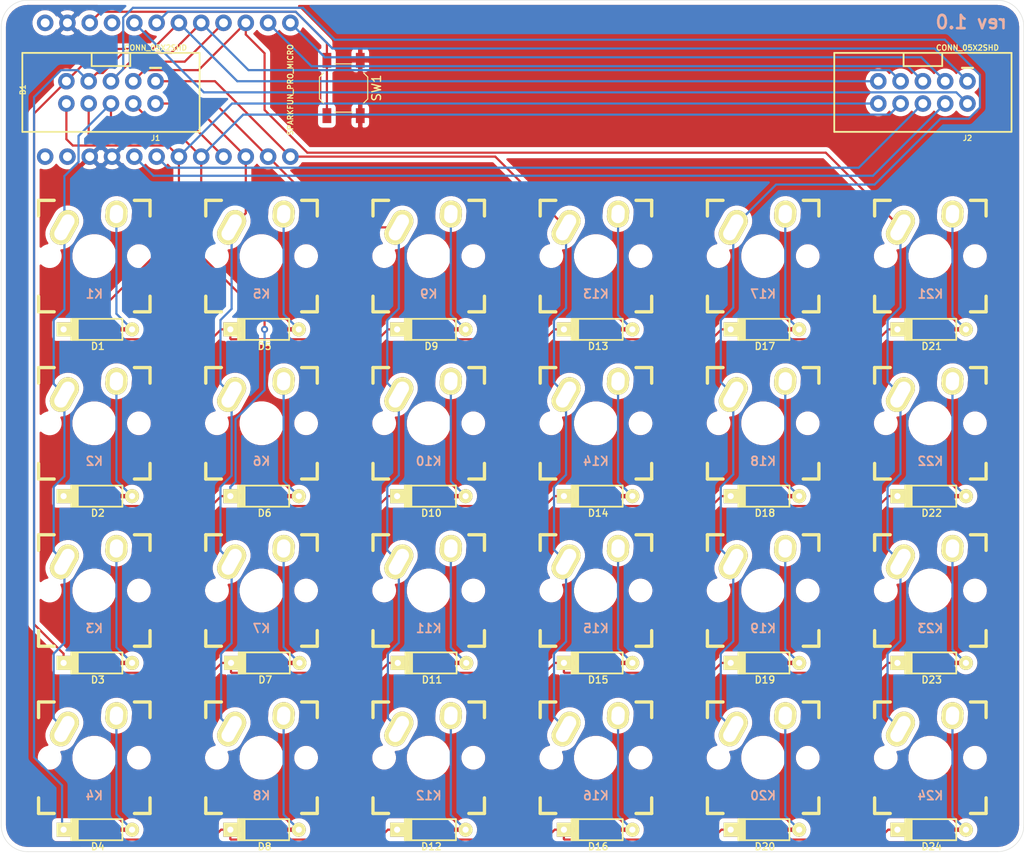
<source format=kicad_pcb>
(kicad_pcb (version 20171130) (host pcbnew 5.1.2-1.fc30)
  (layers (0 F.Cu signal) (31 B.Cu signal) (34 B.Paste user) (35 F.Paste user) (36 B.SilkS user) (37 F.SilkS user) (38 B.Mask user) (39 F.Mask user) (44 Edge.Cuts user))
  (net 0 "")
  (net 1 "Net-(B1-Pad1)")
  (net 2 "Net-(B1-Pad2)")
  (net 3 /row0)
  (net 4 /row1)
  (net 5 /col0)
  (net 6 /col1)
  (net 7 /col2)
  (net 8 /col3)
  (net 9 /col5)
  (net 10 /col4)
  (net 11 /row3)
  (net 12 /row2)
  (net 13 "Net-(B1-Pad21)")
  (net 14 "Net-(B1-Pad24)")
  (net 15 "Net-(D1-Pad2)")
  (net 16 "Net-(D2-Pad2)")
  (net 17 "Net-(D3-Pad2)")
  (net 18 "Net-(D4-Pad2)")
  (net 19 "Net-(D5-Pad2)")
  (net 20 "Net-(D6-Pad2)")
  (net 21 "Net-(D7-Pad2)")
  (net 22 "Net-(D8-Pad2)")
  (net 23 "Net-(D9-Pad2)")
  (net 24 "Net-(D10-Pad2)")
  (net 25 "Net-(D11-Pad2)")
  (net 26 "Net-(D12-Pad2)")
  (net 27 "Net-(D13-Pad2)")
  (net 28 "Net-(D14-Pad2)")
  (net 29 "Net-(D15-Pad2)")
  (net 30 "Net-(D16-Pad2)")
  (net 31 "Net-(D17-Pad2)")
  (net 32 "Net-(D18-Pad2)")
  (net 33 "Net-(D19-Pad2)")
  (net 34 "Net-(D20-Pad2)")
  (net 35 "Net-(D21-Pad2)")
  (net 36 "Net-(D22-Pad2)")
  (net 37 "Net-(D23-Pad2)")
  (net 38 "Net-(D24-Pad2)")
  (net 39 GND)
  (net 40 /rst)
  (net 41 /col11)
  (net 42 /col10)
  (net 43 /col7)
  (net 44 /col6)
  (net 45 /col8)
  (net 46 /col9)
  (module boards:SPARKFUN_PRO_MICRO (layer F.Cu) (at 45.2 38.2 90)
    (fp_text reference B1 (at 0 -15.24 90) (layer F.SilkS) (effects (font (size 0.6096 0.6096) (thickness 0.127))))
    (fp_text value SPARKFUN_PRO_MICRO (at 0 15.24 90) (layer F.SilkS) (effects (font (size 0.6096 0.6096) (thickness 0.127))))
    (pad 1 thru_hole circle (at -7.62 -12.7 90) (size 1.8796 1.8796) (drill 1.016) (layers *.Cu *.Mask) (net 1 "Net-(B1-Pad1)"))
    (pad 2 thru_hole circle (at -7.62 -10.16 90) (size 1.8796 1.8796) (drill 1.016) (layers *.Cu *.Mask) (net 2 "Net-(B1-Pad2)"))
    (pad 3 thru_hole circle (at -7.62 -7.62 90) (size 1.8796 1.8796) (drill 1.016) (layers *.Cu *.Mask) (net 39 GND))
    (pad 4 thru_hole circle (at -7.62 -5.08 90) (size 1.8796 1.8796) (drill 1.016) (layers *.Cu *.Mask) (net 39 GND))
    (pad 5 thru_hole circle (at -7.62 -2.54 90) (size 1.8796 1.8796) (drill 1.016) (layers *.Cu *.Mask) (net 41 /col11))
    (pad 6 thru_hole circle (at -7.62 0 90) (size 1.8796 1.8796) (drill 1.016) (layers *.Cu *.Mask) (net 42 /col10))
    (pad 7 thru_hole circle (at -7.62 2.54 90) (size 1.8796 1.8796) (drill 1.016) (layers *.Cu *.Mask) (net 3 /row0))
    (pad 8 thru_hole circle (at -7.62 5.08 90) (size 1.8796 1.8796) (drill 1.016) (layers *.Cu *.Mask) (net 4 /row1))
    (pad 9 thru_hole circle (at -7.62 7.62 90) (size 1.8796 1.8796) (drill 1.016) (layers *.Cu *.Mask) (net 5 /col0))
    (pad 10 thru_hole circle (at -7.62 10.16 90) (size 1.8796 1.8796) (drill 1.016) (layers *.Cu *.Mask) (net 6 /col1))
    (pad 11 thru_hole circle (at -7.62 12.7 90) (size 1.8796 1.8796) (drill 1.016) (layers *.Cu *.Mask) (net 7 /col2))
    (pad 12 thru_hole circle (at -7.62 15.24 90) (size 1.8796 1.8796) (drill 1.016) (layers *.Cu *.Mask) (net 8 /col3))
    (pad 13 thru_hole circle (at 7.62 15.24 90) (size 1.8796 1.8796) (drill 1.016) (layers *.Cu *.Mask) (net 43 /col7))
    (pad 14 thru_hole circle (at 7.62 12.7 90) (size 1.8796 1.8796) (drill 1.016) (layers *.Cu *.Mask) (net 44 /col6))
    (pad 15 thru_hole circle (at 7.62 10.16 90) (size 1.8796 1.8796) (drill 1.016) (layers *.Cu *.Mask) (net 9 /col5))
    (pad 16 thru_hole circle (at 7.62 7.62 90) (size 1.8796 1.8796) (drill 1.016) (layers *.Cu *.Mask) (net 10 /col4))
    (pad 17 thru_hole circle (at 7.62 5.08 90) (size 1.8796 1.8796) (drill 1.016) (layers *.Cu *.Mask) (net 11 /row3))
    (pad 18 thru_hole circle (at 7.62 2.54 90) (size 1.8796 1.8796) (drill 1.016) (layers *.Cu *.Mask) (net 12 /row2))
    (pad 19 thru_hole circle (at 7.62 0 90) (size 1.8796 1.8796) (drill 1.016) (layers *.Cu *.Mask) (net 45 /col8))
    (pad 20 thru_hole circle (at 7.62 -2.54 90) (size 1.8796 1.8796) (drill 1.016) (layers *.Cu *.Mask) (net 46 /col9))
    (pad 21 thru_hole circle (at 7.62 -5.08 90) (size 1.8796 1.8796) (drill 1.016) (layers *.Cu *.Mask) (net 13 "Net-(B1-Pad21)"))
    (pad 22 thru_hole circle (at 7.62 -7.62 90) (size 1.8796 1.8796) (drill 1.016) (layers *.Cu *.Mask) (net 40 /rst))
    (pad 23 thru_hole circle (at 7.62 -10.16 90) (size 1.8796 1.8796) (drill 1.016) (layers *.Cu *.Mask) (net 39 GND))
    (pad 24 thru_hole circle (at 7.62 -12.7 90) (size 1.8796 1.8796) (drill 1.016) (layers *.Cu *.Mask) (net 14 "Net-(B1-Pad24)"))
  )
  (module keebs:Mx_Alps_100 (layer F.Cu) (at 38.1 57.15)
    (fp_text reference K1 (at 0 4.318) (layer B.SilkS) (effects (font (thickness 0.2)) (justify mirror)))
    (fp_text value KEYSW hide)
    (pad 2 thru_hole oval (at 2.52 -4.79 356.1) (size 2.5 3.08) (drill oval 1.5 2.08) (layers *.Cu *.Mask F.SilkS) (net 15 "Net-(D1-Pad2)"))
    (pad 1 thru_hole oval (at -3.405 -3.27 330.95) (size 2.5 4.17) (drill oval 1.5 3.17) (layers *.Cu *.Mask F.SilkS) (net 5 /col0))
    (pad HOLE np_thru_hole circle (at 5.08 0) (size 1.7018 1.7018) (drill 1.7018) (layers *.Cu))
    (pad HOLE np_thru_hole circle (at -5.08 0) (size 1.7018 1.7018) (drill 1.7018) (layers *.Cu))
    (pad HOLE np_thru_hole circle (at 0 0) (size 3.9878 3.9878) (drill 3.9878) (layers *.Cu))
  )
  (module keebs:Mx_Alps_100 (layer F.Cu) (at 38.1 76.2)
    (fp_text reference K2 (at 0 4.318) (layer B.SilkS) (effects (font (thickness 0.2)) (justify mirror)))
    (fp_text value KEYSW hide)
    (pad 2 thru_hole oval (at 2.52 -4.79 356.1) (size 2.5 3.08) (drill oval 1.5 2.08) (layers *.Cu *.Mask F.SilkS) (net 16 "Net-(D2-Pad2)"))
    (pad 1 thru_hole oval (at -3.405 -3.27 330.95) (size 2.5 4.17) (drill oval 1.5 3.17) (layers *.Cu *.Mask F.SilkS) (net 5 /col0))
    (pad HOLE np_thru_hole circle (at 5.08 0) (size 1.7018 1.7018) (drill 1.7018) (layers *.Cu))
    (pad HOLE np_thru_hole circle (at -5.08 0) (size 1.7018 1.7018) (drill 1.7018) (layers *.Cu))
    (pad HOLE np_thru_hole circle (at 0 0) (size 3.9878 3.9878) (drill 3.9878) (layers *.Cu))
  )
  (module keebs:Mx_Alps_100 (layer F.Cu) (at 38.1 95.25)
    (fp_text reference K3 (at 0 4.318) (layer B.SilkS) (effects (font (thickness 0.2)) (justify mirror)))
    (fp_text value KEYSW hide)
    (pad HOLE np_thru_hole circle (at 0 0) (size 3.9878 3.9878) (drill 3.9878) (layers *.Cu))
    (pad HOLE np_thru_hole circle (at -5.08 0) (size 1.7018 1.7018) (drill 1.7018) (layers *.Cu))
    (pad HOLE np_thru_hole circle (at 5.08 0) (size 1.7018 1.7018) (drill 1.7018) (layers *.Cu))
    (pad 1 thru_hole oval (at -3.405 -3.27 330.95) (size 2.5 4.17) (drill oval 1.5 3.17) (layers *.Cu *.Mask F.SilkS) (net 5 /col0))
    (pad 2 thru_hole oval (at 2.52 -4.79 356.1) (size 2.5 3.08) (drill oval 1.5 2.08) (layers *.Cu *.Mask F.SilkS) (net 17 "Net-(D3-Pad2)"))
  )
  (module keebs:Mx_Alps_100 (layer F.Cu) (at 38.1 114.3)
    (fp_text reference K4 (at 0 4.318) (layer B.SilkS) (effects (font (thickness 0.2)) (justify mirror)))
    (fp_text value KEYSW hide)
    (pad 2 thru_hole oval (at 2.52 -4.79 356.1) (size 2.5 3.08) (drill oval 1.5 2.08) (layers *.Cu *.Mask F.SilkS) (net 18 "Net-(D4-Pad2)"))
    (pad 1 thru_hole oval (at -3.405 -3.27 330.95) (size 2.5 4.17) (drill oval 1.5 3.17) (layers *.Cu *.Mask F.SilkS) (net 5 /col0))
    (pad HOLE np_thru_hole circle (at 5.08 0) (size 1.7018 1.7018) (drill 1.7018) (layers *.Cu))
    (pad HOLE np_thru_hole circle (at -5.08 0) (size 1.7018 1.7018) (drill 1.7018) (layers *.Cu))
    (pad HOLE np_thru_hole circle (at 0 0) (size 3.9878 3.9878) (drill 3.9878) (layers *.Cu))
  )
  (module keebs:Mx_Alps_100 (layer F.Cu) (at 57.15 57.15)
    (fp_text reference K5 (at 0 4.318) (layer B.SilkS) (effects (font (thickness 0.2)) (justify mirror)))
    (fp_text value KEYSW hide)
    (pad HOLE np_thru_hole circle (at 0 0) (size 3.9878 3.9878) (drill 3.9878) (layers *.Cu))
    (pad HOLE np_thru_hole circle (at -5.08 0) (size 1.7018 1.7018) (drill 1.7018) (layers *.Cu))
    (pad HOLE np_thru_hole circle (at 5.08 0) (size 1.7018 1.7018) (drill 1.7018) (layers *.Cu))
    (pad 1 thru_hole oval (at -3.405 -3.27 330.95) (size 2.5 4.17) (drill oval 1.5 3.17) (layers *.Cu *.Mask F.SilkS) (net 6 /col1))
    (pad 2 thru_hole oval (at 2.52 -4.79 356.1) (size 2.5 3.08) (drill oval 1.5 2.08) (layers *.Cu *.Mask F.SilkS) (net 19 "Net-(D5-Pad2)"))
  )
  (module keebs:Mx_Alps_100 (layer F.Cu) (at 57.15 76.2)
    (fp_text reference K6 (at 0 4.318) (layer B.SilkS) (effects (font (thickness 0.2)) (justify mirror)))
    (fp_text value KEYSW hide)
    (pad 2 thru_hole oval (at 2.52 -4.79 356.1) (size 2.5 3.08) (drill oval 1.5 2.08) (layers *.Cu *.Mask F.SilkS) (net 20 "Net-(D6-Pad2)"))
    (pad 1 thru_hole oval (at -3.405 -3.27 330.95) (size 2.5 4.17) (drill oval 1.5 3.17) (layers *.Cu *.Mask F.SilkS) (net 6 /col1))
    (pad HOLE np_thru_hole circle (at 5.08 0) (size 1.7018 1.7018) (drill 1.7018) (layers *.Cu))
    (pad HOLE np_thru_hole circle (at -5.08 0) (size 1.7018 1.7018) (drill 1.7018) (layers *.Cu))
    (pad HOLE np_thru_hole circle (at 0 0) (size 3.9878 3.9878) (drill 3.9878) (layers *.Cu))
  )
  (module keebs:Mx_Alps_100 (layer F.Cu) (at 57.15 95.25)
    (fp_text reference K7 (at 0 4.318) (layer B.SilkS) (effects (font (thickness 0.2)) (justify mirror)))
    (fp_text value KEYSW hide)
    (pad HOLE np_thru_hole circle (at 0 0) (size 3.9878 3.9878) (drill 3.9878) (layers *.Cu))
    (pad HOLE np_thru_hole circle (at -5.08 0) (size 1.7018 1.7018) (drill 1.7018) (layers *.Cu))
    (pad HOLE np_thru_hole circle (at 5.08 0) (size 1.7018 1.7018) (drill 1.7018) (layers *.Cu))
    (pad 1 thru_hole oval (at -3.405 -3.27 330.95) (size 2.5 4.17) (drill oval 1.5 3.17) (layers *.Cu *.Mask F.SilkS) (net 6 /col1))
    (pad 2 thru_hole oval (at 2.52 -4.79 356.1) (size 2.5 3.08) (drill oval 1.5 2.08) (layers *.Cu *.Mask F.SilkS) (net 21 "Net-(D7-Pad2)"))
  )
  (module keebs:Mx_Alps_100 (layer F.Cu) (at 57.15 114.3)
    (fp_text reference K8 (at 0 4.318) (layer B.SilkS) (effects (font (thickness 0.2)) (justify mirror)))
    (fp_text value KEYSW hide)
    (pad 2 thru_hole oval (at 2.52 -4.79 356.1) (size 2.5 3.08) (drill oval 1.5 2.08) (layers *.Cu *.Mask F.SilkS) (net 22 "Net-(D8-Pad2)"))
    (pad 1 thru_hole oval (at -3.405 -3.27 330.95) (size 2.5 4.17) (drill oval 1.5 3.17) (layers *.Cu *.Mask F.SilkS) (net 6 /col1))
    (pad HOLE np_thru_hole circle (at 5.08 0) (size 1.7018 1.7018) (drill 1.7018) (layers *.Cu))
    (pad HOLE np_thru_hole circle (at -5.08 0) (size 1.7018 1.7018) (drill 1.7018) (layers *.Cu))
    (pad HOLE np_thru_hole circle (at 0 0) (size 3.9878 3.9878) (drill 3.9878) (layers *.Cu))
  )
  (module keebs:Mx_Alps_100 (layer F.Cu) (at 76.2 57.15)
    (fp_text reference K9 (at 0 4.318) (layer B.SilkS) (effects (font (thickness 0.2)) (justify mirror)))
    (fp_text value KEYSW hide)
    (pad HOLE np_thru_hole circle (at 0 0) (size 3.9878 3.9878) (drill 3.9878) (layers *.Cu))
    (pad HOLE np_thru_hole circle (at -5.08 0) (size 1.7018 1.7018) (drill 1.7018) (layers *.Cu))
    (pad HOLE np_thru_hole circle (at 5.08 0) (size 1.7018 1.7018) (drill 1.7018) (layers *.Cu))
    (pad 1 thru_hole oval (at -3.405 -3.27 330.95) (size 2.5 4.17) (drill oval 1.5 3.17) (layers *.Cu *.Mask F.SilkS) (net 7 /col2))
    (pad 2 thru_hole oval (at 2.52 -4.79 356.1) (size 2.5 3.08) (drill oval 1.5 2.08) (layers *.Cu *.Mask F.SilkS) (net 23 "Net-(D9-Pad2)"))
  )
  (module keebs:Mx_Alps_100 (layer F.Cu) (at 76.2 76.2)
    (fp_text reference K10 (at 0 4.318) (layer B.SilkS) (effects (font (thickness 0.2)) (justify mirror)))
    (fp_text value KEYSW hide)
    (pad 2 thru_hole oval (at 2.52 -4.79 356.1) (size 2.5 3.08) (drill oval 1.5 2.08) (layers *.Cu *.Mask F.SilkS) (net 24 "Net-(D10-Pad2)"))
    (pad 1 thru_hole oval (at -3.405 -3.27 330.95) (size 2.5 4.17) (drill oval 1.5 3.17) (layers *.Cu *.Mask F.SilkS) (net 7 /col2))
    (pad HOLE np_thru_hole circle (at 5.08 0) (size 1.7018 1.7018) (drill 1.7018) (layers *.Cu))
    (pad HOLE np_thru_hole circle (at -5.08 0) (size 1.7018 1.7018) (drill 1.7018) (layers *.Cu))
    (pad HOLE np_thru_hole circle (at 0 0) (size 3.9878 3.9878) (drill 3.9878) (layers *.Cu))
  )
  (module keebs:Mx_Alps_100 (layer F.Cu) (at 76.2 95.25)
    (fp_text reference K11 (at 0 4.318) (layer B.SilkS) (effects (font (thickness 0.2)) (justify mirror)))
    (fp_text value KEYSW hide)
    (pad HOLE np_thru_hole circle (at 0 0) (size 3.9878 3.9878) (drill 3.9878) (layers *.Cu))
    (pad HOLE np_thru_hole circle (at -5.08 0) (size 1.7018 1.7018) (drill 1.7018) (layers *.Cu))
    (pad HOLE np_thru_hole circle (at 5.08 0) (size 1.7018 1.7018) (drill 1.7018) (layers *.Cu))
    (pad 1 thru_hole oval (at -3.405 -3.27 330.95) (size 2.5 4.17) (drill oval 1.5 3.17) (layers *.Cu *.Mask F.SilkS) (net 7 /col2))
    (pad 2 thru_hole oval (at 2.52 -4.79 356.1) (size 2.5 3.08) (drill oval 1.5 2.08) (layers *.Cu *.Mask F.SilkS) (net 25 "Net-(D11-Pad2)"))
  )
  (module keebs:Mx_Alps_100 (layer F.Cu) (at 76.2 114.3)
    (fp_text reference K12 (at 0 4.318) (layer B.SilkS) (effects (font (thickness 0.2)) (justify mirror)))
    (fp_text value KEYSW hide)
    (pad 2 thru_hole oval (at 2.52 -4.79 356.1) (size 2.5 3.08) (drill oval 1.5 2.08) (layers *.Cu *.Mask F.SilkS) (net 26 "Net-(D12-Pad2)"))
    (pad 1 thru_hole oval (at -3.405 -3.27 330.95) (size 2.5 4.17) (drill oval 1.5 3.17) (layers *.Cu *.Mask F.SilkS) (net 7 /col2))
    (pad HOLE np_thru_hole circle (at 5.08 0) (size 1.7018 1.7018) (drill 1.7018) (layers *.Cu))
    (pad HOLE np_thru_hole circle (at -5.08 0) (size 1.7018 1.7018) (drill 1.7018) (layers *.Cu))
    (pad HOLE np_thru_hole circle (at 0 0) (size 3.9878 3.9878) (drill 3.9878) (layers *.Cu))
  )
  (module keebs:Mx_Alps_100 (layer F.Cu) (at 95.25 57.15)
    (fp_text reference K13 (at 0 4.318) (layer B.SilkS) (effects (font (thickness 0.2)) (justify mirror)))
    (fp_text value KEYSW hide)
    (pad HOLE np_thru_hole circle (at 0 0) (size 3.9878 3.9878) (drill 3.9878) (layers *.Cu))
    (pad HOLE np_thru_hole circle (at -5.08 0) (size 1.7018 1.7018) (drill 1.7018) (layers *.Cu))
    (pad HOLE np_thru_hole circle (at 5.08 0) (size 1.7018 1.7018) (drill 1.7018) (layers *.Cu))
    (pad 1 thru_hole oval (at -3.405 -3.27 330.95) (size 2.5 4.17) (drill oval 1.5 3.17) (layers *.Cu *.Mask F.SilkS) (net 8 /col3))
    (pad 2 thru_hole oval (at 2.52 -4.79 356.1) (size 2.5 3.08) (drill oval 1.5 2.08) (layers *.Cu *.Mask F.SilkS) (net 27 "Net-(D13-Pad2)"))
  )
  (module keebs:Mx_Alps_100 (layer F.Cu) (at 95.25 76.2)
    (fp_text reference K14 (at 0 4.318) (layer B.SilkS) (effects (font (thickness 0.2)) (justify mirror)))
    (fp_text value KEYSW hide)
    (pad 2 thru_hole oval (at 2.52 -4.79 356.1) (size 2.5 3.08) (drill oval 1.5 2.08) (layers *.Cu *.Mask F.SilkS) (net 28 "Net-(D14-Pad2)"))
    (pad 1 thru_hole oval (at -3.405 -3.27 330.95) (size 2.5 4.17) (drill oval 1.5 3.17) (layers *.Cu *.Mask F.SilkS) (net 8 /col3))
    (pad HOLE np_thru_hole circle (at 5.08 0) (size 1.7018 1.7018) (drill 1.7018) (layers *.Cu))
    (pad HOLE np_thru_hole circle (at -5.08 0) (size 1.7018 1.7018) (drill 1.7018) (layers *.Cu))
    (pad HOLE np_thru_hole circle (at 0 0) (size 3.9878 3.9878) (drill 3.9878) (layers *.Cu))
  )
  (module keebs:Mx_Alps_100 (layer F.Cu) (at 95.25 95.25)
    (fp_text reference K15 (at 0 4.318) (layer B.SilkS) (effects (font (thickness 0.2)) (justify mirror)))
    (fp_text value KEYSW hide)
    (pad HOLE np_thru_hole circle (at 0 0) (size 3.9878 3.9878) (drill 3.9878) (layers *.Cu))
    (pad HOLE np_thru_hole circle (at -5.08 0) (size 1.7018 1.7018) (drill 1.7018) (layers *.Cu))
    (pad HOLE np_thru_hole circle (at 5.08 0) (size 1.7018 1.7018) (drill 1.7018) (layers *.Cu))
    (pad 1 thru_hole oval (at -3.405 -3.27 330.95) (size 2.5 4.17) (drill oval 1.5 3.17) (layers *.Cu *.Mask F.SilkS) (net 8 /col3))
    (pad 2 thru_hole oval (at 2.52 -4.79 356.1) (size 2.5 3.08) (drill oval 1.5 2.08) (layers *.Cu *.Mask F.SilkS) (net 29 "Net-(D15-Pad2)"))
  )
  (module keebs:Mx_Alps_100 (layer F.Cu) (at 95.25 114.3)
    (fp_text reference K16 (at 0 4.318) (layer B.SilkS) (effects (font (thickness 0.2)) (justify mirror)))
    (fp_text value KEYSW hide)
    (pad HOLE np_thru_hole circle (at 0 0) (size 3.9878 3.9878) (drill 3.9878) (layers *.Cu))
    (pad HOLE np_thru_hole circle (at -5.08 0) (size 1.7018 1.7018) (drill 1.7018) (layers *.Cu))
    (pad HOLE np_thru_hole circle (at 5.08 0) (size 1.7018 1.7018) (drill 1.7018) (layers *.Cu))
    (pad 1 thru_hole oval (at -3.405 -3.27 330.95) (size 2.5 4.17) (drill oval 1.5 3.17) (layers *.Cu *.Mask F.SilkS) (net 8 /col3))
    (pad 2 thru_hole oval (at 2.52 -4.79 356.1) (size 2.5 3.08) (drill oval 1.5 2.08) (layers *.Cu *.Mask F.SilkS) (net 30 "Net-(D16-Pad2)"))
  )
  (module keebs:Mx_Alps_100 (layer F.Cu) (at 114.3 57.15)
    (fp_text reference K17 (at 0 4.318) (layer B.SilkS) (effects (font (thickness 0.2)) (justify mirror)))
    (fp_text value KEYSW hide)
    (pad 2 thru_hole oval (at 2.52 -4.79 356.1) (size 2.5 3.08) (drill oval 1.5 2.08) (layers *.Cu *.Mask F.SilkS) (net 31 "Net-(D17-Pad2)"))
    (pad 1 thru_hole oval (at -3.405 -3.27 330.95) (size 2.5 4.17) (drill oval 1.5 3.17) (layers *.Cu *.Mask F.SilkS) (net 10 /col4))
    (pad HOLE np_thru_hole circle (at 5.08 0) (size 1.7018 1.7018) (drill 1.7018) (layers *.Cu))
    (pad HOLE np_thru_hole circle (at -5.08 0) (size 1.7018 1.7018) (drill 1.7018) (layers *.Cu))
    (pad HOLE np_thru_hole circle (at 0 0) (size 3.9878 3.9878) (drill 3.9878) (layers *.Cu))
  )
  (module keebs:Mx_Alps_100 (layer F.Cu) (at 114.3 76.2)
    (fp_text reference K18 (at 0 4.318) (layer B.SilkS) (effects (font (thickness 0.2)) (justify mirror)))
    (fp_text value KEYSW hide)
    (pad 2 thru_hole oval (at 2.52 -4.79 356.1) (size 2.5 3.08) (drill oval 1.5 2.08) (layers *.Cu *.Mask F.SilkS) (net 32 "Net-(D18-Pad2)"))
    (pad 1 thru_hole oval (at -3.405 -3.27 330.95) (size 2.5 4.17) (drill oval 1.5 3.17) (layers *.Cu *.Mask F.SilkS) (net 10 /col4))
    (pad HOLE np_thru_hole circle (at 5.08 0) (size 1.7018 1.7018) (drill 1.7018) (layers *.Cu))
    (pad HOLE np_thru_hole circle (at -5.08 0) (size 1.7018 1.7018) (drill 1.7018) (layers *.Cu))
    (pad HOLE np_thru_hole circle (at 0 0) (size 3.9878 3.9878) (drill 3.9878) (layers *.Cu))
  )
  (module keebs:Mx_Alps_100 (layer F.Cu) (at 114.3 95.25)
    (fp_text reference K19 (at 0 4.318) (layer B.SilkS) (effects (font (thickness 0.2)) (justify mirror)))
    (fp_text value KEYSW hide)
    (pad HOLE np_thru_hole circle (at 0 0) (size 3.9878 3.9878) (drill 3.9878) (layers *.Cu))
    (pad HOLE np_thru_hole circle (at -5.08 0) (size 1.7018 1.7018) (drill 1.7018) (layers *.Cu))
    (pad HOLE np_thru_hole circle (at 5.08 0) (size 1.7018 1.7018) (drill 1.7018) (layers *.Cu))
    (pad 1 thru_hole oval (at -3.405 -3.27 330.95) (size 2.5 4.17) (drill oval 1.5 3.17) (layers *.Cu *.Mask F.SilkS) (net 10 /col4))
    (pad 2 thru_hole oval (at 2.52 -4.79 356.1) (size 2.5 3.08) (drill oval 1.5 2.08) (layers *.Cu *.Mask F.SilkS) (net 33 "Net-(D19-Pad2)"))
  )
  (module keebs:Mx_Alps_100 (layer F.Cu) (at 114.3 114.3)
    (fp_text reference K20 (at 0 4.318) (layer B.SilkS) (effects (font (thickness 0.2)) (justify mirror)))
    (fp_text value KEYSW hide)
    (pad 2 thru_hole oval (at 2.52 -4.79 356.1) (size 2.5 3.08) (drill oval 1.5 2.08) (layers *.Cu *.Mask F.SilkS) (net 34 "Net-(D20-Pad2)"))
    (pad 1 thru_hole oval (at -3.405 -3.27 330.95) (size 2.5 4.17) (drill oval 1.5 3.17) (layers *.Cu *.Mask F.SilkS) (net 10 /col4))
    (pad HOLE np_thru_hole circle (at 5.08 0) (size 1.7018 1.7018) (drill 1.7018) (layers *.Cu))
    (pad HOLE np_thru_hole circle (at -5.08 0) (size 1.7018 1.7018) (drill 1.7018) (layers *.Cu))
    (pad HOLE np_thru_hole circle (at 0 0) (size 3.9878 3.9878) (drill 3.9878) (layers *.Cu))
  )
  (module keebs:Mx_Alps_100 (layer F.Cu) (at 133.35 57.15)
    (fp_text reference K21 (at 0 4.318) (layer B.SilkS) (effects (font (thickness 0.2)) (justify mirror)))
    (fp_text value KEYSW hide)
    (pad HOLE np_thru_hole circle (at 0 0) (size 3.9878 3.9878) (drill 3.9878) (layers *.Cu))
    (pad HOLE np_thru_hole circle (at -5.08 0) (size 1.7018 1.7018) (drill 1.7018) (layers *.Cu))
    (pad HOLE np_thru_hole circle (at 5.08 0) (size 1.7018 1.7018) (drill 1.7018) (layers *.Cu))
    (pad 1 thru_hole oval (at -3.405 -3.27 330.95) (size 2.5 4.17) (drill oval 1.5 3.17) (layers *.Cu *.Mask F.SilkS) (net 9 /col5))
    (pad 2 thru_hole oval (at 2.52 -4.79 356.1) (size 2.5 3.08) (drill oval 1.5 2.08) (layers *.Cu *.Mask F.SilkS) (net 35 "Net-(D21-Pad2)"))
  )
  (module keebs:Mx_Alps_100 (layer F.Cu) (at 133.35 76.2)
    (fp_text reference K22 (at 0 4.318) (layer B.SilkS) (effects (font (thickness 0.2)) (justify mirror)))
    (fp_text value KEYSW hide)
    (pad HOLE np_thru_hole circle (at 0 0) (size 3.9878 3.9878) (drill 3.9878) (layers *.Cu))
    (pad HOLE np_thru_hole circle (at -5.08 0) (size 1.7018 1.7018) (drill 1.7018) (layers *.Cu))
    (pad HOLE np_thru_hole circle (at 5.08 0) (size 1.7018 1.7018) (drill 1.7018) (layers *.Cu))
    (pad 1 thru_hole oval (at -3.405 -3.27 330.95) (size 2.5 4.17) (drill oval 1.5 3.17) (layers *.Cu *.Mask F.SilkS) (net 9 /col5))
    (pad 2 thru_hole oval (at 2.52 -4.79 356.1) (size 2.5 3.08) (drill oval 1.5 2.08) (layers *.Cu *.Mask F.SilkS) (net 36 "Net-(D22-Pad2)"))
  )
  (module keebs:Mx_Alps_100 (layer F.Cu) (at 133.35 95.25)
    (fp_text reference K23 (at 0 4.318) (layer B.SilkS) (effects (font (thickness 0.2)) (justify mirror)))
    (fp_text value KEYSW hide)
    (pad 2 thru_hole oval (at 2.52 -4.79 356.1) (size 2.5 3.08) (drill oval 1.5 2.08) (layers *.Cu *.Mask F.SilkS) (net 37 "Net-(D23-Pad2)"))
    (pad 1 thru_hole oval (at -3.405 -3.27 330.95) (size 2.5 4.17) (drill oval 1.5 3.17) (layers *.Cu *.Mask F.SilkS) (net 9 /col5))
    (pad HOLE np_thru_hole circle (at 5.08 0) (size 1.7018 1.7018) (drill 1.7018) (layers *.Cu))
    (pad HOLE np_thru_hole circle (at -5.08 0) (size 1.7018 1.7018) (drill 1.7018) (layers *.Cu))
    (pad HOLE np_thru_hole circle (at 0 0) (size 3.9878 3.9878) (drill 3.9878) (layers *.Cu))
  )
  (module keebs:Mx_Alps_100 (layer F.Cu) (at 133.35 114.3)
    (fp_text reference K24 (at 0 4.318) (layer B.SilkS) (effects (font (thickness 0.2)) (justify mirror)))
    (fp_text value KEYSW hide)
    (pad HOLE np_thru_hole circle (at 0 0) (size 3.9878 3.9878) (drill 3.9878) (layers *.Cu))
    (pad HOLE np_thru_hole circle (at -5.08 0) (size 1.7018 1.7018) (drill 1.7018) (layers *.Cu))
    (pad HOLE np_thru_hole circle (at 5.08 0) (size 1.7018 1.7018) (drill 1.7018) (layers *.Cu))
    (pad 1 thru_hole oval (at -3.405 -3.27 330.95) (size 2.5 4.17) (drill oval 1.5 3.17) (layers *.Cu *.Mask F.SilkS) (net 9 /col5))
    (pad 2 thru_hole oval (at 2.52 -4.79 356.1) (size 2.5 3.08) (drill oval 1.5 2.08) (layers *.Cu *.Mask F.SilkS) (net 38 "Net-(D24-Pad2)"))
  )
  (module parts:D_SOD123_axial (layer F.Cu) (at 38.5 65.5)
    (fp_text reference D1 (at 0 1.925) (layer F.SilkS) (effects (font (size 0.8 0.8))))
    (fp_text value D hide)
    (pad 2 smd rect (at 2.7 0) (size 2.5 0.5) (layers F.Cu) (net 15 "Net-(D1-Pad2)"))
    (pad 1 smd rect (at -2.7 0) (size 2.5 0.5) (layers F.Cu) (net 3 /row0))
    (pad 2 thru_hole circle (at 3.9 0) (size 1.6 1.6) (drill 0.7) (layers *.Cu *.Mask F.SilkS) (net 15 "Net-(D1-Pad2)"))
    (pad 1 thru_hole rect (at -3.9 0) (size 1.6 1.6) (drill 0.7) (layers *.Cu *.Mask F.SilkS) (net 3 /row0))
    (pad 1 smd rect (at -1.575 0) (size 1.2 1.2) (layers F.Cu F.Paste F.Mask) (net 3 /row0))
    (pad 2 smd rect (at 1.575 0) (size 1.2 1.2) (layers F.Cu F.Paste F.Mask) (net 15 "Net-(D1-Pad2)"))
  )
  (module parts:D_SOD123_axial (layer F.Cu) (at 38.5 84.5)
    (fp_text reference D2 (at 0 1.925) (layer F.SilkS) (effects (font (size 0.8 0.8))))
    (fp_text value D hide)
    (pad 2 smd rect (at 1.575 0) (size 1.2 1.2) (layers F.Cu F.Paste F.Mask) (net 16 "Net-(D2-Pad2)"))
    (pad 1 smd rect (at -1.575 0) (size 1.2 1.2) (layers F.Cu F.Paste F.Mask) (net 4 /row1))
    (pad 1 thru_hole rect (at -3.9 0) (size 1.6 1.6) (drill 0.7) (layers *.Cu *.Mask F.SilkS) (net 4 /row1))
    (pad 2 thru_hole circle (at 3.9 0) (size 1.6 1.6) (drill 0.7) (layers *.Cu *.Mask F.SilkS) (net 16 "Net-(D2-Pad2)"))
    (pad 1 smd rect (at -2.7 0) (size 2.5 0.5) (layers F.Cu) (net 4 /row1))
    (pad 2 smd rect (at 2.7 0) (size 2.5 0.5) (layers F.Cu) (net 16 "Net-(D2-Pad2)"))
  )
  (module parts:D_SOD123_axial (layer F.Cu) (at 38.5 103.5)
    (fp_text reference D3 (at 0 1.925) (layer F.SilkS) (effects (font (size 0.8 0.8))))
    (fp_text value D hide)
    (pad 2 smd rect (at 1.575 0) (size 1.2 1.2) (layers F.Cu F.Paste F.Mask) (net 17 "Net-(D3-Pad2)"))
    (pad 1 smd rect (at -1.575 0) (size 1.2 1.2) (layers F.Cu F.Paste F.Mask) (net 12 /row2))
    (pad 1 thru_hole rect (at -3.9 0) (size 1.6 1.6) (drill 0.7) (layers *.Cu *.Mask F.SilkS) (net 12 /row2))
    (pad 2 thru_hole circle (at 3.9 0) (size 1.6 1.6) (drill 0.7) (layers *.Cu *.Mask F.SilkS) (net 17 "Net-(D3-Pad2)"))
    (pad 1 smd rect (at -2.7 0) (size 2.5 0.5) (layers F.Cu) (net 12 /row2))
    (pad 2 smd rect (at 2.7 0) (size 2.5 0.5) (layers F.Cu) (net 17 "Net-(D3-Pad2)"))
  )
  (module parts:D_SOD123_axial (layer F.Cu) (at 38.5 122.5)
    (fp_text reference D4 (at 0 1.925) (layer F.SilkS) (effects (font (size 0.8 0.8))))
    (fp_text value D hide)
    (pad 2 smd rect (at 1.575 0) (size 1.2 1.2) (layers F.Cu F.Paste F.Mask) (net 18 "Net-(D4-Pad2)"))
    (pad 1 smd rect (at -1.575 0) (size 1.2 1.2) (layers F.Cu F.Paste F.Mask) (net 11 /row3))
    (pad 1 thru_hole rect (at -3.9 0) (size 1.6 1.6) (drill 0.7) (layers *.Cu *.Mask F.SilkS) (net 11 /row3))
    (pad 2 thru_hole circle (at 3.9 0) (size 1.6 1.6) (drill 0.7) (layers *.Cu *.Mask F.SilkS) (net 18 "Net-(D4-Pad2)"))
    (pad 1 smd rect (at -2.7 0) (size 2.5 0.5) (layers F.Cu) (net 11 /row3))
    (pad 2 smd rect (at 2.7 0) (size 2.5 0.5) (layers F.Cu) (net 18 "Net-(D4-Pad2)"))
  )
  (module parts:D_SOD123_axial (layer F.Cu) (at 57.5 65.5)
    (fp_text reference D5 (at 0 1.925) (layer F.SilkS) (effects (font (size 0.8 0.8))))
    (fp_text value D hide)
    (pad 2 smd rect (at 2.7 0) (size 2.5 0.5) (layers F.Cu) (net 19 "Net-(D5-Pad2)"))
    (pad 1 smd rect (at -2.7 0) (size 2.5 0.5) (layers F.Cu) (net 3 /row0))
    (pad 2 thru_hole circle (at 3.9 0) (size 1.6 1.6) (drill 0.7) (layers *.Cu *.Mask F.SilkS) (net 19 "Net-(D5-Pad2)"))
    (pad 1 thru_hole rect (at -3.9 0) (size 1.6 1.6) (drill 0.7) (layers *.Cu *.Mask F.SilkS) (net 3 /row0))
    (pad 1 smd rect (at -1.575 0) (size 1.2 1.2) (layers F.Cu F.Paste F.Mask) (net 3 /row0))
    (pad 2 smd rect (at 1.575 0) (size 1.2 1.2) (layers F.Cu F.Paste F.Mask) (net 19 "Net-(D5-Pad2)"))
  )
  (module parts:D_SOD123_axial (layer F.Cu) (at 57.5 84.5)
    (fp_text reference D6 (at 0 1.925) (layer F.SilkS) (effects (font (size 0.8 0.8))))
    (fp_text value D hide)
    (pad 2 smd rect (at 1.575 0) (size 1.2 1.2) (layers F.Cu F.Paste F.Mask) (net 20 "Net-(D6-Pad2)"))
    (pad 1 smd rect (at -1.575 0) (size 1.2 1.2) (layers F.Cu F.Paste F.Mask) (net 4 /row1))
    (pad 1 thru_hole rect (at -3.9 0) (size 1.6 1.6) (drill 0.7) (layers *.Cu *.Mask F.SilkS) (net 4 /row1))
    (pad 2 thru_hole circle (at 3.9 0) (size 1.6 1.6) (drill 0.7) (layers *.Cu *.Mask F.SilkS) (net 20 "Net-(D6-Pad2)"))
    (pad 1 smd rect (at -2.7 0) (size 2.5 0.5) (layers F.Cu) (net 4 /row1))
    (pad 2 smd rect (at 2.7 0) (size 2.5 0.5) (layers F.Cu) (net 20 "Net-(D6-Pad2)"))
  )
  (module parts:D_SOD123_axial (layer F.Cu) (at 57.575 103.5)
    (fp_text reference D7 (at 0 1.925) (layer F.SilkS) (effects (font (size 0.8 0.8))))
    (fp_text value D hide)
    (pad 2 smd rect (at 2.7 0) (size 2.5 0.5) (layers F.Cu) (net 21 "Net-(D7-Pad2)"))
    (pad 1 smd rect (at -2.7 0) (size 2.5 0.5) (layers F.Cu) (net 12 /row2))
    (pad 2 thru_hole circle (at 3.9 0) (size 1.6 1.6) (drill 0.7) (layers *.Cu *.Mask F.SilkS) (net 21 "Net-(D7-Pad2)"))
    (pad 1 thru_hole rect (at -3.9 0) (size 1.6 1.6) (drill 0.7) (layers *.Cu *.Mask F.SilkS) (net 12 /row2))
    (pad 1 smd rect (at -1.575 0) (size 1.2 1.2) (layers F.Cu F.Paste F.Mask) (net 12 /row2))
    (pad 2 smd rect (at 1.575 0) (size 1.2 1.2) (layers F.Cu F.Paste F.Mask) (net 21 "Net-(D7-Pad2)"))
  )
  (module parts:D_SOD123_axial (layer F.Cu) (at 57.5 122.5)
    (fp_text reference D8 (at 0 1.925) (layer F.SilkS) (effects (font (size 0.8 0.8))))
    (fp_text value D hide)
    (pad 2 smd rect (at 2.7 0) (size 2.5 0.5) (layers F.Cu) (net 22 "Net-(D8-Pad2)"))
    (pad 1 smd rect (at -2.7 0) (size 2.5 0.5) (layers F.Cu) (net 11 /row3))
    (pad 2 thru_hole circle (at 3.9 0) (size 1.6 1.6) (drill 0.7) (layers *.Cu *.Mask F.SilkS) (net 22 "Net-(D8-Pad2)"))
    (pad 1 thru_hole rect (at -3.9 0) (size 1.6 1.6) (drill 0.7) (layers *.Cu *.Mask F.SilkS) (net 11 /row3))
    (pad 1 smd rect (at -1.575 0) (size 1.2 1.2) (layers F.Cu F.Paste F.Mask) (net 11 /row3))
    (pad 2 smd rect (at 1.575 0) (size 1.2 1.2) (layers F.Cu F.Paste F.Mask) (net 22 "Net-(D8-Pad2)"))
  )
  (module parts:D_SOD123_axial (layer F.Cu) (at 76.5 65.5)
    (fp_text reference D9 (at 0 1.925) (layer F.SilkS) (effects (font (size 0.8 0.8))))
    (fp_text value D hide)
    (pad 2 smd rect (at 2.7 0) (size 2.5 0.5) (layers F.Cu) (net 23 "Net-(D9-Pad2)"))
    (pad 1 smd rect (at -2.7 0) (size 2.5 0.5) (layers F.Cu) (net 3 /row0))
    (pad 2 thru_hole circle (at 3.9 0) (size 1.6 1.6) (drill 0.7) (layers *.Cu *.Mask F.SilkS) (net 23 "Net-(D9-Pad2)"))
    (pad 1 thru_hole rect (at -3.9 0) (size 1.6 1.6) (drill 0.7) (layers *.Cu *.Mask F.SilkS) (net 3 /row0))
    (pad 1 smd rect (at -1.575 0) (size 1.2 1.2) (layers F.Cu F.Paste F.Mask) (net 3 /row0))
    (pad 2 smd rect (at 1.575 0) (size 1.2 1.2) (layers F.Cu F.Paste F.Mask) (net 23 "Net-(D9-Pad2)"))
  )
  (module parts:D_SOD123_axial (layer F.Cu) (at 76.5 84.5)
    (fp_text reference D10 (at 0 1.925) (layer F.SilkS) (effects (font (size 0.8 0.8))))
    (fp_text value D hide)
    (pad 2 smd rect (at 1.575 0) (size 1.2 1.2) (layers F.Cu F.Paste F.Mask) (net 24 "Net-(D10-Pad2)"))
    (pad 1 smd rect (at -1.575 0) (size 1.2 1.2) (layers F.Cu F.Paste F.Mask) (net 4 /row1))
    (pad 1 thru_hole rect (at -3.9 0) (size 1.6 1.6) (drill 0.7) (layers *.Cu *.Mask F.SilkS) (net 4 /row1))
    (pad 2 thru_hole circle (at 3.9 0) (size 1.6 1.6) (drill 0.7) (layers *.Cu *.Mask F.SilkS) (net 24 "Net-(D10-Pad2)"))
    (pad 1 smd rect (at -2.7 0) (size 2.5 0.5) (layers F.Cu) (net 4 /row1))
    (pad 2 smd rect (at 2.7 0) (size 2.5 0.5) (layers F.Cu) (net 24 "Net-(D10-Pad2)"))
  )
  (module parts:D_SOD123_axial (layer F.Cu) (at 76.575 103.5)
    (fp_text reference D11 (at 0 1.925) (layer F.SilkS) (effects (font (size 0.8 0.8))))
    (fp_text value D hide)
    (pad 2 smd rect (at 1.575 0) (size 1.2 1.2) (layers F.Cu F.Paste F.Mask) (net 25 "Net-(D11-Pad2)"))
    (pad 1 smd rect (at -1.575 0) (size 1.2 1.2) (layers F.Cu F.Paste F.Mask) (net 12 /row2))
    (pad 1 thru_hole rect (at -3.9 0) (size 1.6 1.6) (drill 0.7) (layers *.Cu *.Mask F.SilkS) (net 12 /row2))
    (pad 2 thru_hole circle (at 3.9 0) (size 1.6 1.6) (drill 0.7) (layers *.Cu *.Mask F.SilkS) (net 25 "Net-(D11-Pad2)"))
    (pad 1 smd rect (at -2.7 0) (size 2.5 0.5) (layers F.Cu) (net 12 /row2))
    (pad 2 smd rect (at 2.7 0) (size 2.5 0.5) (layers F.Cu) (net 25 "Net-(D11-Pad2)"))
  )
  (module parts:D_SOD123_axial (layer F.Cu) (at 76.5 122.5)
    (fp_text reference D12 (at 0 1.925) (layer F.SilkS) (effects (font (size 0.8 0.8))))
    (fp_text value D hide)
    (pad 2 smd rect (at 2.7 0) (size 2.5 0.5) (layers F.Cu) (net 26 "Net-(D12-Pad2)"))
    (pad 1 smd rect (at -2.7 0) (size 2.5 0.5) (layers F.Cu) (net 11 /row3))
    (pad 2 thru_hole circle (at 3.9 0) (size 1.6 1.6) (drill 0.7) (layers *.Cu *.Mask F.SilkS) (net 26 "Net-(D12-Pad2)"))
    (pad 1 thru_hole rect (at -3.9 0) (size 1.6 1.6) (drill 0.7) (layers *.Cu *.Mask F.SilkS) (net 11 /row3))
    (pad 1 smd rect (at -1.575 0) (size 1.2 1.2) (layers F.Cu F.Paste F.Mask) (net 11 /row3))
    (pad 2 smd rect (at 1.575 0) (size 1.2 1.2) (layers F.Cu F.Paste F.Mask) (net 26 "Net-(D12-Pad2)"))
  )
  (module parts:D_SOD123_axial (layer F.Cu) (at 95.5 65.5)
    (fp_text reference D13 (at 0 1.925) (layer F.SilkS) (effects (font (size 0.8 0.8))))
    (fp_text value D hide)
    (pad 2 smd rect (at 2.7 0) (size 2.5 0.5) (layers F.Cu) (net 27 "Net-(D13-Pad2)"))
    (pad 1 smd rect (at -2.7 0) (size 2.5 0.5) (layers F.Cu) (net 3 /row0))
    (pad 2 thru_hole circle (at 3.9 0) (size 1.6 1.6) (drill 0.7) (layers *.Cu *.Mask F.SilkS) (net 27 "Net-(D13-Pad2)"))
    (pad 1 thru_hole rect (at -3.9 0) (size 1.6 1.6) (drill 0.7) (layers *.Cu *.Mask F.SilkS) (net 3 /row0))
    (pad 1 smd rect (at -1.575 0) (size 1.2 1.2) (layers F.Cu F.Paste F.Mask) (net 3 /row0))
    (pad 2 smd rect (at 1.575 0) (size 1.2 1.2) (layers F.Cu F.Paste F.Mask) (net 27 "Net-(D13-Pad2)"))
  )
  (module parts:D_SOD123_axial (layer F.Cu) (at 95.5 84.5)
    (fp_text reference D14 (at 0 1.925) (layer F.SilkS) (effects (font (size 0.8 0.8))))
    (fp_text value D hide)
    (pad 2 smd rect (at 1.575 0) (size 1.2 1.2) (layers F.Cu F.Paste F.Mask) (net 28 "Net-(D14-Pad2)"))
    (pad 1 smd rect (at -1.575 0) (size 1.2 1.2) (layers F.Cu F.Paste F.Mask) (net 4 /row1))
    (pad 1 thru_hole rect (at -3.9 0) (size 1.6 1.6) (drill 0.7) (layers *.Cu *.Mask F.SilkS) (net 4 /row1))
    (pad 2 thru_hole circle (at 3.9 0) (size 1.6 1.6) (drill 0.7) (layers *.Cu *.Mask F.SilkS) (net 28 "Net-(D14-Pad2)"))
    (pad 1 smd rect (at -2.7 0) (size 2.5 0.5) (layers F.Cu) (net 4 /row1))
    (pad 2 smd rect (at 2.7 0) (size 2.5 0.5) (layers F.Cu) (net 28 "Net-(D14-Pad2)"))
  )
  (module parts:D_SOD123_axial (layer F.Cu) (at 95.5 103.5)
    (fp_text reference D15 (at 0 1.925) (layer F.SilkS) (effects (font (size 0.8 0.8))))
    (fp_text value D hide)
    (pad 2 smd rect (at 1.575 0) (size 1.2 1.2) (layers F.Cu F.Paste F.Mask) (net 29 "Net-(D15-Pad2)"))
    (pad 1 smd rect (at -1.575 0) (size 1.2 1.2) (layers F.Cu F.Paste F.Mask) (net 12 /row2))
    (pad 1 thru_hole rect (at -3.9 0) (size 1.6 1.6) (drill 0.7) (layers *.Cu *.Mask F.SilkS) (net 12 /row2))
    (pad 2 thru_hole circle (at 3.9 0) (size 1.6 1.6) (drill 0.7) (layers *.Cu *.Mask F.SilkS) (net 29 "Net-(D15-Pad2)"))
    (pad 1 smd rect (at -2.7 0) (size 2.5 0.5) (layers F.Cu) (net 12 /row2))
    (pad 2 smd rect (at 2.7 0) (size 2.5 0.5) (layers F.Cu) (net 29 "Net-(D15-Pad2)"))
  )
  (module parts:D_SOD123_axial (layer F.Cu) (at 95.5 122.5)
    (fp_text reference D16 (at 0 1.925) (layer F.SilkS) (effects (font (size 0.8 0.8))))
    (fp_text value D hide)
    (pad 2 smd rect (at 2.7 0) (size 2.5 0.5) (layers F.Cu) (net 30 "Net-(D16-Pad2)"))
    (pad 1 smd rect (at -2.7 0) (size 2.5 0.5) (layers F.Cu) (net 11 /row3))
    (pad 2 thru_hole circle (at 3.9 0) (size 1.6 1.6) (drill 0.7) (layers *.Cu *.Mask F.SilkS) (net 30 "Net-(D16-Pad2)"))
    (pad 1 thru_hole rect (at -3.9 0) (size 1.6 1.6) (drill 0.7) (layers *.Cu *.Mask F.SilkS) (net 11 /row3))
    (pad 1 smd rect (at -1.575 0) (size 1.2 1.2) (layers F.Cu F.Paste F.Mask) (net 11 /row3))
    (pad 2 smd rect (at 1.575 0) (size 1.2 1.2) (layers F.Cu F.Paste F.Mask) (net 30 "Net-(D16-Pad2)"))
  )
  (module parts:D_SOD123_axial (layer F.Cu) (at 114.5 65.5)
    (fp_text reference D17 (at 0 1.925) (layer F.SilkS) (effects (font (size 0.8 0.8))))
    (fp_text value D hide)
    (pad 2 smd rect (at 1.575 0) (size 1.2 1.2) (layers F.Cu F.Paste F.Mask) (net 31 "Net-(D17-Pad2)"))
    (pad 1 smd rect (at -1.575 0) (size 1.2 1.2) (layers F.Cu F.Paste F.Mask) (net 3 /row0))
    (pad 1 thru_hole rect (at -3.9 0) (size 1.6 1.6) (drill 0.7) (layers *.Cu *.Mask F.SilkS) (net 3 /row0))
    (pad 2 thru_hole circle (at 3.9 0) (size 1.6 1.6) (drill 0.7) (layers *.Cu *.Mask F.SilkS) (net 31 "Net-(D17-Pad2)"))
    (pad 1 smd rect (at -2.7 0) (size 2.5 0.5) (layers F.Cu) (net 3 /row0))
    (pad 2 smd rect (at 2.7 0) (size 2.5 0.5) (layers F.Cu) (net 31 "Net-(D17-Pad2)"))
  )
  (module parts:D_SOD123_axial (layer F.Cu) (at 114.5 84.5)
    (fp_text reference D18 (at 0 1.925) (layer F.SilkS) (effects (font (size 0.8 0.8))))
    (fp_text value D hide)
    (pad 2 smd rect (at 2.7 0) (size 2.5 0.5) (layers F.Cu) (net 32 "Net-(D18-Pad2)"))
    (pad 1 smd rect (at -2.7 0) (size 2.5 0.5) (layers F.Cu) (net 4 /row1))
    (pad 2 thru_hole circle (at 3.9 0) (size 1.6 1.6) (drill 0.7) (layers *.Cu *.Mask F.SilkS) (net 32 "Net-(D18-Pad2)"))
    (pad 1 thru_hole rect (at -3.9 0) (size 1.6 1.6) (drill 0.7) (layers *.Cu *.Mask F.SilkS) (net 4 /row1))
    (pad 1 smd rect (at -1.575 0) (size 1.2 1.2) (layers F.Cu F.Paste F.Mask) (net 4 /row1))
    (pad 2 smd rect (at 1.575 0) (size 1.2 1.2) (layers F.Cu F.Paste F.Mask) (net 32 "Net-(D18-Pad2)"))
  )
  (module parts:D_SOD123_axial (layer F.Cu) (at 114.5 103.5)
    (fp_text reference D19 (at 0 1.925) (layer F.SilkS) (effects (font (size 0.8 0.8))))
    (fp_text value D hide)
    (pad 2 smd rect (at 1.575 0) (size 1.2 1.2) (layers F.Cu F.Paste F.Mask) (net 33 "Net-(D19-Pad2)"))
    (pad 1 smd rect (at -1.575 0) (size 1.2 1.2) (layers F.Cu F.Paste F.Mask) (net 12 /row2))
    (pad 1 thru_hole rect (at -3.9 0) (size 1.6 1.6) (drill 0.7) (layers *.Cu *.Mask F.SilkS) (net 12 /row2))
    (pad 2 thru_hole circle (at 3.9 0) (size 1.6 1.6) (drill 0.7) (layers *.Cu *.Mask F.SilkS) (net 33 "Net-(D19-Pad2)"))
    (pad 1 smd rect (at -2.7 0) (size 2.5 0.5) (layers F.Cu) (net 12 /row2))
    (pad 2 smd rect (at 2.7 0) (size 2.5 0.5) (layers F.Cu) (net 33 "Net-(D19-Pad2)"))
  )
  (module parts:D_SOD123_axial (layer F.Cu) (at 114.5 122.5)
    (fp_text reference D20 (at 0 1.925) (layer F.SilkS) (effects (font (size 0.8 0.8))))
    (fp_text value D hide)
    (pad 2 smd rect (at 2.7 0) (size 2.5 0.5) (layers F.Cu) (net 34 "Net-(D20-Pad2)"))
    (pad 1 smd rect (at -2.7 0) (size 2.5 0.5) (layers F.Cu) (net 11 /row3))
    (pad 2 thru_hole circle (at 3.9 0) (size 1.6 1.6) (drill 0.7) (layers *.Cu *.Mask F.SilkS) (net 34 "Net-(D20-Pad2)"))
    (pad 1 thru_hole rect (at -3.9 0) (size 1.6 1.6) (drill 0.7) (layers *.Cu *.Mask F.SilkS) (net 11 /row3))
    (pad 1 smd rect (at -1.575 0) (size 1.2 1.2) (layers F.Cu F.Paste F.Mask) (net 11 /row3))
    (pad 2 smd rect (at 1.575 0) (size 1.2 1.2) (layers F.Cu F.Paste F.Mask) (net 34 "Net-(D20-Pad2)"))
  )
  (module parts:D_SOD123_axial (layer F.Cu) (at 133.5 65.5)
    (fp_text reference D21 (at 0 1.925) (layer F.SilkS) (effects (font (size 0.8 0.8))))
    (fp_text value D hide)
    (pad 2 smd rect (at 1.575 0) (size 1.2 1.2) (layers F.Cu F.Paste F.Mask) (net 35 "Net-(D21-Pad2)"))
    (pad 1 smd rect (at -1.575 0) (size 1.2 1.2) (layers F.Cu F.Paste F.Mask) (net 3 /row0))
    (pad 1 thru_hole rect (at -3.9 0) (size 1.6 1.6) (drill 0.7) (layers *.Cu *.Mask F.SilkS) (net 3 /row0))
    (pad 2 thru_hole circle (at 3.9 0) (size 1.6 1.6) (drill 0.7) (layers *.Cu *.Mask F.SilkS) (net 35 "Net-(D21-Pad2)"))
    (pad 1 smd rect (at -2.7 0) (size 2.5 0.5) (layers F.Cu) (net 3 /row0))
    (pad 2 smd rect (at 2.7 0) (size 2.5 0.5) (layers F.Cu) (net 35 "Net-(D21-Pad2)"))
  )
  (module parts:D_SOD123_axial (layer F.Cu) (at 133.5 84.5)
    (fp_text reference D22 (at 0 1.925) (layer F.SilkS) (effects (font (size 0.8 0.8))))
    (fp_text value D hide)
    (pad 2 smd rect (at 2.7 0) (size 2.5 0.5) (layers F.Cu) (net 36 "Net-(D22-Pad2)"))
    (pad 1 smd rect (at -2.7 0) (size 2.5 0.5) (layers F.Cu) (net 4 /row1))
    (pad 2 thru_hole circle (at 3.9 0) (size 1.6 1.6) (drill 0.7) (layers *.Cu *.Mask F.SilkS) (net 36 "Net-(D22-Pad2)"))
    (pad 1 thru_hole rect (at -3.9 0) (size 1.6 1.6) (drill 0.7) (layers *.Cu *.Mask F.SilkS) (net 4 /row1))
    (pad 1 smd rect (at -1.575 0) (size 1.2 1.2) (layers F.Cu F.Paste F.Mask) (net 4 /row1))
    (pad 2 smd rect (at 1.575 0) (size 1.2 1.2) (layers F.Cu F.Paste F.Mask) (net 36 "Net-(D22-Pad2)"))
  )
  (module parts:D_SOD123_axial (layer F.Cu) (at 133.5 103.5)
    (fp_text reference D23 (at 0 1.925) (layer F.SilkS) (effects (font (size 0.8 0.8))))
    (fp_text value D hide)
    (pad 2 smd rect (at 1.575 0) (size 1.2 1.2) (layers F.Cu F.Paste F.Mask) (net 37 "Net-(D23-Pad2)"))
    (pad 1 smd rect (at -1.575 0) (size 1.2 1.2) (layers F.Cu F.Paste F.Mask) (net 12 /row2))
    (pad 1 thru_hole rect (at -3.9 0) (size 1.6 1.6) (drill 0.7) (layers *.Cu *.Mask F.SilkS) (net 12 /row2))
    (pad 2 thru_hole circle (at 3.9 0) (size 1.6 1.6) (drill 0.7) (layers *.Cu *.Mask F.SilkS) (net 37 "Net-(D23-Pad2)"))
    (pad 1 smd rect (at -2.7 0) (size 2.5 0.5) (layers F.Cu) (net 12 /row2))
    (pad 2 smd rect (at 2.7 0) (size 2.5 0.5) (layers F.Cu) (net 37 "Net-(D23-Pad2)"))
  )
  (module parts:D_SOD123_axial (layer F.Cu) (at 133.5 122.5)
    (fp_text reference D24 (at 0 1.925) (layer F.SilkS) (effects (font (size 0.8 0.8))))
    (fp_text value D hide)
    (pad 2 smd rect (at 2.7 0) (size 2.5 0.5) (layers F.Cu) (net 38 "Net-(D24-Pad2)"))
    (pad 1 smd rect (at -2.7 0) (size 2.5 0.5) (layers F.Cu) (net 11 /row3))
    (pad 2 thru_hole circle (at 3.9 0) (size 1.6 1.6) (drill 0.7) (layers *.Cu *.Mask F.SilkS) (net 38 "Net-(D24-Pad2)"))
    (pad 1 thru_hole rect (at -3.9 0) (size 1.6 1.6) (drill 0.7) (layers *.Cu *.Mask F.SilkS) (net 11 /row3))
    (pad 1 smd rect (at -1.575 0) (size 1.2 1.2) (layers F.Cu F.Paste F.Mask) (net 11 /row3))
    (pad 2 smd rect (at 1.575 0) (size 1.2 1.2) (layers F.Cu F.Paste F.Mask) (net 38 "Net-(D24-Pad2)"))
  )
  (module connectors:2X5-SHROUDED (layer F.Cu) (at 40 38.5 270)
    (fp_text reference J1 (at 5.207 -5.08) (layer F.SilkS) (effects (font (size 0.6096 0.6096) (thickness 0.127))))
    (fp_text value CONN_05X2SHD (at -5.08 -5.08) (layer F.SilkS) (effects (font (size 0.6096 0.6096) (thickness 0.127))))
    (pad 1 thru_hole circle (at -1.27 -5.08 270) (size 1.8796 1.8796) (drill 1.016) (layers *.Cu *.Mask) (net 8 /col3))
    (pad 2 thru_hole circle (at 1.27 -5.08 270) (size 1.8796 1.8796) (drill 1.016) (layers *.Cu *.Mask) (net 7 /col2))
    (pad 3 thru_hole circle (at -1.27 -2.54 270) (size 1.8796 1.8796) (drill 1.016) (layers *.Cu *.Mask) (net 9 /col5))
    (pad 4 thru_hole circle (at 1.27 -2.54 270) (size 1.8796 1.8796) (drill 1.016) (layers *.Cu *.Mask) (net 6 /col1))
    (pad 5 thru_hole circle (at -1.27 0 270) (size 1.8796 1.8796) (drill 1.016) (layers *.Cu *.Mask) (net 10 /col4))
    (pad 6 thru_hole circle (at 1.27 0 270) (size 1.8796 1.8796) (drill 1.016) (layers *.Cu *.Mask) (net 5 /col0))
    (pad 7 thru_hole circle (at -1.27 2.54 270) (size 1.8796 1.8796) (drill 1.016) (layers *.Cu *.Mask) (net 11 /row3))
    (pad 8 thru_hole circle (at 1.27 2.54 270) (size 1.8796 1.8796) (drill 1.016) (layers *.Cu *.Mask) (net 4 /row1))
    (pad 9 thru_hole circle (at -1.27 5.08 270) (size 1.8796 1.8796) (drill 1.016) (layers *.Cu *.Mask) (net 12 /row2))
    (pad 10 thru_hole circle (at 1.27 5.08 270) (size 1.8796 1.8796) (drill 1.016) (layers *.Cu *.Mask) (net 3 /row0))
  )
  (module connectors:2X5-SHROUDED (layer F.Cu) (at 132.5 38.5 270)
    (fp_text reference J2 (at 5.207 -5.08) (layer F.SilkS) (effects (font (size 0.6096 0.6096) (thickness 0.127))))
    (fp_text value CONN_05X2SHD (at -5.08 -5.08) (layer F.SilkS) (effects (font (size 0.6096 0.6096) (thickness 0.127))))
    (pad 1 thru_hole circle (at -1.27 -5.08 270) (size 1.8796 1.8796) (drill 1.016) (layers *.Cu *.Mask) (net 45 /col8))
    (pad 2 thru_hole circle (at 1.27 -5.08 270) (size 1.8796 1.8796) (drill 1.016) (layers *.Cu *.Mask) (net 46 /col9))
    (pad 3 thru_hole circle (at -1.27 -2.54 270) (size 1.8796 1.8796) (drill 1.016) (layers *.Cu *.Mask) (net 43 /col7))
    (pad 4 thru_hole circle (at 1.27 -2.54 270) (size 1.8796 1.8796) (drill 1.016) (layers *.Cu *.Mask) (net 41 /col11))
    (pad 5 thru_hole circle (at -1.27 0 270) (size 1.8796 1.8796) (drill 1.016) (layers *.Cu *.Mask) (net 44 /col6))
    (pad 6 thru_hole circle (at 1.27 0 270) (size 1.8796 1.8796) (drill 1.016) (layers *.Cu *.Mask) (net 42 /col10))
    (pad 7 thru_hole circle (at -1.27 2.54 270) (size 1.8796 1.8796) (drill 1.016) (layers *.Cu *.Mask) (net 11 /row3))
    (pad 8 thru_hole circle (at 1.27 2.54 270) (size 1.8796 1.8796) (drill 1.016) (layers *.Cu *.Mask) (net 4 /row1))
    (pad 9 thru_hole circle (at -1.27 5.08 270) (size 1.8796 1.8796) (drill 1.016) (layers *.Cu *.Mask) (net 12 /row2))
    (pad 10 thru_hole circle (at 1.27 5.08 270) (size 1.8796 1.8796) (drill 1.016) (layers *.Cu *.Mask) (net 3 /row0))
  )
  (module Button_Switch_SMD:SW_SPST_TL3342 (layer F.Cu) (at 66.5 38 270)
    (fp_text reference SW1 (at 0 -3.75 90) (layer F.SilkS))
    (fp_text value SW_PUSH)
    (pad 1 smd rect (at -3.15 -1.9 270) (size 1.7 1) (layers F.Cu F.Paste F.Mask) (net 39 GND))
    (pad 1 smd rect (at 3.15 -1.9 270) (size 1.7 1) (layers F.Cu F.Paste F.Mask) (net 39 GND))
    (pad 2 smd rect (at -3.15 1.9 270) (size 1.7 1) (layers F.Cu F.Paste F.Mask) (net 40 /rst))
    (pad 2 smd rect (at 3.15 1.9 270) (size 1.7 1) (layers F.Cu F.Paste F.Mask) (net 40 /rst))
  )
  (gr_text "rev 1.0" (at 138 30.5) (layer B.SilkS) (effects (font (size 1.5 1.5) (thickness 0.3)) (justify mirror)))
  (gr_line (start 141 28) (end 30.5 28) (layer Edge.Cuts) (width 0.05))
  (gr_line (start 144 31) (end 144 122) (layer Edge.Cuts) (width 0.05))
  (gr_arc (start 141 31) (end 144 31) (angle -90) (layer Edge.Cuts) (width 0.05))
  (gr_line (start 27.5 31) (end 27.5 122) (layer Edge.Cuts) (width 0.05))
  (gr_arc (start 30.5 31) (end 30.5 28) (angle -90) (layer Edge.Cuts) (width 0.05))
  (gr_line (start 141 125) (end 30.5 125) (layer Edge.Cuts) (width 0.05))
  (gr_arc (start 141 122) (end 141 125) (angle -90) (layer Edge.Cuts) (width 0.05))
  (gr_arc (start 30.5 122) (end 27.5 122) (angle -90) (layer Edge.Cuts) (width 0.05))
  (segment (start 46.475199 44.555199) (end 47.74 45.82) (width 0.25) (layer F.Cu) (net 3))
  (segment (start 35.647105 44.555199) (end 46.475199 44.555199) (width 0.25) (layer F.Cu) (net 3))
  (segment (start 34.92 43.828094) (end 35.647105 44.555199) (width 0.25) (layer F.Cu) (net 3))
  (segment (start 34.92 39.77) (end 34.92 43.828094) (width 0.25) (layer F.Cu) (net 3))
  (segment (start 53.79 39.77) (end 47.74 45.82) (width 0.25) (layer B.Cu) (net 3))
  (segment (start 127.42 39.77) (end 53.79 39.77) (width 0.25) (layer B.Cu) (net 3))
  (segment (start 52.55 65.5) (end 53.6 65.5) (width 0.25) (layer F.Cu) (net 3))
  (segment (start 51.424999 66.625001) (end 52.55 65.5) (width 0.25) (layer F.Cu) (net 3))
  (segment (start 36.775001 66.625001) (end 51.424999 66.625001) (width 0.25) (layer F.Cu) (net 3))
  (segment (start 35.65 65.5) (end 36.775001 66.625001) (width 0.25) (layer F.Cu) (net 3))
  (segment (start 34.6 65.5) (end 35.65 65.5) (width 0.25) (layer F.Cu) (net 3))
  (segment (start 53.6 66.55) (end 53.675001 66.625001) (width 0.25) (layer F.Cu) (net 3))
  (segment (start 53.6 65.5) (end 53.6 66.55) (width 0.25) (layer F.Cu) (net 3))
  (segment (start 90.55 65.5) (end 91.6 65.5) (width 0.25) (layer F.Cu) (net 3))
  (segment (start 89.424999 66.625001) (end 90.55 65.5) (width 0.25) (layer F.Cu) (net 3))
  (segment (start 74.775001 66.625001) (end 89.424999 66.625001) (width 0.25) (layer F.Cu) (net 3))
  (segment (start 73.65 65.5) (end 74.775001 66.625001) (width 0.25) (layer F.Cu) (net 3))
  (segment (start 72.6 65.5) (end 73.65 65.5) (width 0.25) (layer F.Cu) (net 3))
  (segment (start 108.424999 66.625001) (end 109.55 65.5) (width 0.25) (layer F.Cu) (net 3))
  (segment (start 109.55 65.5) (end 110.6 65.5) (width 0.25) (layer F.Cu) (net 3))
  (segment (start 92.65 65.5) (end 93.775001 66.625001) (width 0.25) (layer F.Cu) (net 3))
  (segment (start 93.775001 66.625001) (end 108.424999 66.625001) (width 0.25) (layer F.Cu) (net 3))
  (segment (start 91.6 65.5) (end 92.65 65.5) (width 0.25) (layer F.Cu) (net 3))
  (segment (start 128.55 65.5) (end 129.6 65.5) (width 0.25) (layer F.Cu) (net 3))
  (segment (start 127.424999 66.625001) (end 128.55 65.5) (width 0.25) (layer F.Cu) (net 3))
  (segment (start 112.775001 66.625001) (end 127.424999 66.625001) (width 0.25) (layer F.Cu) (net 3))
  (segment (start 111.65 65.5) (end 112.775001 66.625001) (width 0.25) (layer F.Cu) (net 3))
  (segment (start 110.6 65.5) (end 111.65 65.5) (width 0.25) (layer F.Cu) (net 3))
  (segment (start 47.74 54.330334) (end 47.74 45.82) (width 0.25) (layer F.Cu) (net 3))
  (segment (start 36.570334 65.5) (end 47.74 54.330334) (width 0.25) (layer F.Cu) (net 3))
  (segment (start 34.6 65.5) (end 36.570334 65.5) (width 0.25) (layer F.Cu) (net 3))
  (segment (start 71.55 65.5) (end 72.6 65.5) (width 0.25) (layer F.Cu) (net 3))
  (segment (start 70.424999 66.625001) (end 71.55 65.5) (width 0.25) (layer F.Cu) (net 3))
  (segment (start 53.675001 66.625001) (end 70.424999 66.625001) (width 0.25) (layer F.Cu) (net 3))
  (segment (start 37.46 39.77) (end 37.46 43.46) (width 0.25) (layer F.Cu) (net 4))
  (segment (start 47.92 43.46) (end 50.28 45.82) (width 0.25) (layer F.Cu) (net 4))
  (segment (start 37.46 43.46) (end 47.92 43.46) (width 0.25) (layer F.Cu) (net 4))
  (segment (start 55.065199 41.034801) (end 50.28 45.82) (width 0.25) (layer B.Cu) (net 4))
  (segment (start 128.695199 41.034801) (end 55.065199 41.034801) (width 0.25) (layer B.Cu) (net 4))
  (segment (start 129.96 39.77) (end 128.695199 41.034801) (width 0.25) (layer B.Cu) (net 4))
  (segment (start 52.55 84.5) (end 53.6 84.5) (width 0.25) (layer F.Cu) (net 4))
  (segment (start 36.775001 85.625001) (end 51.424999 85.625001) (width 0.25) (layer F.Cu) (net 4))
  (segment (start 35.65 84.5) (end 36.775001 85.625001) (width 0.25) (layer F.Cu) (net 4))
  (segment (start 51.424999 85.625001) (end 52.55 84.5) (width 0.25) (layer F.Cu) (net 4))
  (segment (start 34.6 84.5) (end 35.65 84.5) (width 0.25) (layer F.Cu) (net 4))
  (segment (start 71.55 84.5) (end 72.6 84.5) (width 0.25) (layer F.Cu) (net 4))
  (segment (start 54.65 84.5) (end 55.775001 85.625001) (width 0.25) (layer F.Cu) (net 4))
  (segment (start 70.424999 85.625001) (end 71.55 84.5) (width 0.25) (layer F.Cu) (net 4))
  (segment (start 55.775001 85.625001) (end 70.424999 85.625001) (width 0.25) (layer F.Cu) (net 4))
  (segment (start 53.6 84.5) (end 54.65 84.5) (width 0.25) (layer F.Cu) (net 4))
  (segment (start 90.55 84.5) (end 91.6 84.5) (width 0.25) (layer F.Cu) (net 4))
  (segment (start 89.424999 85.625001) (end 90.55 84.5) (width 0.25) (layer F.Cu) (net 4))
  (segment (start 74.775001 85.625001) (end 89.424999 85.625001) (width 0.25) (layer F.Cu) (net 4))
  (segment (start 73.65 84.5) (end 74.775001 85.625001) (width 0.25) (layer F.Cu) (net 4))
  (segment (start 72.6 84.5) (end 73.65 84.5) (width 0.25) (layer F.Cu) (net 4))
  (segment (start 108.424999 85.625001) (end 109.55 84.5) (width 0.25) (layer F.Cu) (net 4))
  (segment (start 96.414999 85.625001) (end 108.424999 85.625001) (width 0.25) (layer F.Cu) (net 4))
  (segment (start 95.289998 84.5) (end 96.414999 85.625001) (width 0.25) (layer F.Cu) (net 4))
  (segment (start 109.55 84.5) (end 110.6 84.5) (width 0.25) (layer F.Cu) (net 4))
  (segment (start 91.6 84.5) (end 95.289998 84.5) (width 0.25) (layer F.Cu) (net 4))
  (segment (start 128.55 84.5) (end 129.6 84.5) (width 0.25) (layer F.Cu) (net 4))
  (segment (start 112.775001 85.625001) (end 127.424999 85.625001) (width 0.25) (layer F.Cu) (net 4))
  (segment (start 127.424999 85.625001) (end 128.55 84.5) (width 0.25) (layer F.Cu) (net 4))
  (segment (start 111.65 84.5) (end 112.775001 85.625001) (width 0.25) (layer F.Cu) (net 4))
  (segment (start 110.6 84.5) (end 111.65 84.5) (width 0.25) (layer F.Cu) (net 4))
  (via (at 57.5 65.5) (size 0.8) (drill 0.4) (layers F.Cu B.Cu) (net 4))
  (segment (start 57.5 64.320334) (end 57.5 65.5) (width 0.25) (layer F.Cu) (net 4))
  (segment (start 50.28 45.82) (end 50.28 57.100334) (width 0.25) (layer F.Cu) (net 4))
  (segment (start 50.28 57.100334) (end 57.5 64.320334) (width 0.25) (layer F.Cu) (net 4))
  (segment (start 53.6 83.45) (end 53.6 84.5) (width 0.25) (layer B.Cu) (net 4))
  (segment (start 54.19501 82.85499) (end 53.6 83.45) (width 0.25) (layer B.Cu) (net 4))
  (segment (start 54.19501 75.723016) (end 54.19501 82.85499) (width 0.25) (layer B.Cu) (net 4))
  (segment (start 57.5 72.418026) (end 54.19501 75.723016) (width 0.25) (layer B.Cu) (net 4))
  (segment (start 57.5 65.5) (end 57.5 72.418026) (width 0.25) (layer B.Cu) (net 4))
  (segment (start 40 39.77) (end 40 42) (width 0.25) (layer F.Cu) (net 5))
  (segment (start 49 42) (end 52.82 45.82) (width 0.25) (layer F.Cu) (net 5))
  (segment (start 40 42) (end 49 42) (width 0.25) (layer F.Cu) (net 5))
  (segment (start 36.304801 43.465199) (end 40 39.77) (width 0.25) (layer B.Cu) (net 5))
  (segment (start 34.695 48.036906) (end 36.304801 46.427105) (width 0.25) (layer B.Cu) (net 5))
  (segment (start 36.304801 46.427105) (end 36.304801 43.465199) (width 0.25) (layer B.Cu) (net 5))
  (segment (start 34.695 53.88) (end 34.695 48.036906) (width 0.25) (layer B.Cu) (net 5))
  (segment (start 33.474999 71.709999) (end 34.695 72.93) (width 0.25) (layer B.Cu) (net 5))
  (segment (start 33.474999 64.439999) (end 33.474999 71.709999) (width 0.25) (layer B.Cu) (net 5))
  (segment (start 34.695 63.219998) (end 33.474999 64.439999) (width 0.25) (layer B.Cu) (net 5))
  (segment (start 34.695 53.88) (end 34.695 63.219998) (width 0.25) (layer B.Cu) (net 5))
  (segment (start 33.474999 90.759999) (end 34.695 91.98) (width 0.25) (layer B.Cu) (net 5))
  (segment (start 33.474999 83.439999) (end 33.474999 90.759999) (width 0.25) (layer B.Cu) (net 5))
  (segment (start 34.695 82.219998) (end 33.474999 83.439999) (width 0.25) (layer B.Cu) (net 5))
  (segment (start 34.695 72.93) (end 34.695 82.219998) (width 0.25) (layer B.Cu) (net 5))
  (segment (start 33.474999 109.809999) (end 34.695 111.03) (width 0.25) (layer B.Cu) (net 5))
  (segment (start 33.474999 102.439999) (end 33.474999 109.809999) (width 0.25) (layer B.Cu) (net 5))
  (segment (start 34.695 101.219998) (end 33.474999 102.439999) (width 0.25) (layer B.Cu) (net 5))
  (segment (start 34.695 91.98) (end 34.695 101.219998) (width 0.25) (layer B.Cu) (net 5))
  (segment (start 42.54 39.77) (end 44.27 41.5) (width 0.25) (layer F.Cu) (net 6))
  (segment (start 51.04 41.5) (end 55.36 45.82) (width 0.25) (layer F.Cu) (net 6))
  (segment (start 44.27 41.5) (end 51.04 41.5) (width 0.25) (layer F.Cu) (net 6))
  (segment (start 52.474999 71.659999) (end 53.745 72.93) (width 0.25) (layer B.Cu) (net 6))
  (segment (start 52.474999 64.439999) (end 52.474999 71.659999) (width 0.25) (layer B.Cu) (net 6))
  (segment (start 53.745 63.169998) (end 52.474999 64.439999) (width 0.25) (layer B.Cu) (net 6))
  (segment (start 53.745 53.88) (end 53.745 63.169998) (width 0.25) (layer B.Cu) (net 6))
  (segment (start 52.474999 90.709999) (end 53.745 91.98) (width 0.25) (layer B.Cu) (net 6))
  (segment (start 53.745 82.169998) (end 52.474999 83.439999) (width 0.25) (layer B.Cu) (net 6))
  (segment (start 52.474999 83.439999) (end 52.474999 90.709999) (width 0.25) (layer B.Cu) (net 6))
  (segment (start 53.745 72.93) (end 53.745 82.169998) (width 0.25) (layer B.Cu) (net 6))
  (segment (start 52.549999 109.834999) (end 53.745 111.03) (width 0.25) (layer B.Cu) (net 6))
  (segment (start 52.549999 102.439999) (end 52.549999 109.834999) (width 0.25) (layer B.Cu) (net 6))
  (segment (start 53.745 101.244998) (end 52.549999 102.439999) (width 0.25) (layer B.Cu) (net 6))
  (segment (start 53.745 91.98) (end 53.745 101.244998) (width 0.25) (layer B.Cu) (net 6))
  (segment (start 55.36 52.265) (end 53.745 53.88) (width 0.25) (layer F.Cu) (net 6))
  (segment (start 55.36 45.82) (end 55.36 52.265) (width 0.25) (layer F.Cu) (net 6))
  (segment (start 51.85 39.77) (end 57.9 45.82) (width 0.25) (layer F.Cu) (net 7))
  (segment (start 45.08 39.77) (end 51.85 39.77) (width 0.25) (layer F.Cu) (net 7))
  (segment (start 71.474999 71.609999) (end 72.795 72.93) (width 0.25) (layer B.Cu) (net 7))
  (segment (start 71.474999 64.439999) (end 71.474999 71.609999) (width 0.25) (layer B.Cu) (net 7))
  (segment (start 72.795 63.119998) (end 71.474999 64.439999) (width 0.25) (layer B.Cu) (net 7))
  (segment (start 72.795 53.88) (end 72.795 63.119998) (width 0.25) (layer B.Cu) (net 7))
  (segment (start 71.474999 90.659999) (end 72.795 91.98) (width 0.25) (layer B.Cu) (net 7))
  (segment (start 71.474999 83.439999) (end 71.474999 90.659999) (width 0.25) (layer B.Cu) (net 7))
  (segment (start 72.795 82.119998) (end 71.474999 83.439999) (width 0.25) (layer B.Cu) (net 7))
  (segment (start 72.795 72.93) (end 72.795 82.119998) (width 0.25) (layer B.Cu) (net 7))
  (segment (start 71.549999 109.784999) (end 72.795 111.03) (width 0.25) (layer B.Cu) (net 7))
  (segment (start 71.549999 102.439999) (end 71.549999 109.784999) (width 0.25) (layer B.Cu) (net 7))
  (segment (start 72.795 101.194998) (end 71.549999 102.439999) (width 0.25) (layer B.Cu) (net 7))
  (segment (start 72.795 91.98) (end 72.795 101.194998) (width 0.25) (layer B.Cu) (net 7))
  (segment (start 65.96 53.88) (end 72.795 53.88) (width 0.25) (layer F.Cu) (net 7))
  (segment (start 57.9 45.82) (end 65.96 53.88) (width 0.25) (layer F.Cu) (net 7))
  (segment (start 51.85 37.23) (end 60.44 45.82) (width 0.25) (layer F.Cu) (net 8))
  (segment (start 45.08 37.23) (end 51.85 37.23) (width 0.25) (layer F.Cu) (net 8))
  (segment (start 90.474999 71.559999) (end 91.845 72.93) (width 0.25) (layer B.Cu) (net 8))
  (segment (start 90.474999 64.439999) (end 90.474999 71.559999) (width 0.25) (layer B.Cu) (net 8))
  (segment (start 91.845 63.069998) (end 90.474999 64.439999) (width 0.25) (layer B.Cu) (net 8))
  (segment (start 91.845 53.88) (end 91.845 63.069998) (width 0.25) (layer B.Cu) (net 8))
  (segment (start 90.474999 90.609999) (end 91.845 91.98) (width 0.25) (layer B.Cu) (net 8))
  (segment (start 90.474999 83.439999) (end 90.474999 90.609999) (width 0.25) (layer B.Cu) (net 8))
  (segment (start 91.845 82.069998) (end 90.474999 83.439999) (width 0.25) (layer B.Cu) (net 8))
  (segment (start 91.845 72.93) (end 91.845 82.069998) (width 0.25) (layer B.Cu) (net 8))
  (segment (start 90.474999 109.659999) (end 91.845 111.03) (width 0.25) (layer B.Cu) (net 8))
  (segment (start 90.474999 102.439999) (end 90.474999 109.659999) (width 0.25) (layer B.Cu) (net 8))
  (segment (start 91.845 101.069998) (end 90.474999 102.439999) (width 0.25) (layer B.Cu) (net 8))
  (segment (start 91.845 91.98) (end 91.845 101.069998) (width 0.25) (layer B.Cu) (net 8))
  (segment (start 83.785 45.82) (end 91.845 53.88) (width 0.25) (layer F.Cu) (net 8))
  (segment (start 60.44 45.82) (end 83.785 45.82) (width 0.25) (layer F.Cu) (net 8))
  (segment (start 49.974801 35.965199) (end 55.36 30.58) (width 0.25) (layer F.Cu) (net 9))
  (segment (start 43.804801 35.965199) (end 49.974801 35.965199) (width 0.25) (layer F.Cu) (net 9))
  (segment (start 42.54 37.23) (end 43.804801 35.965199) (width 0.25) (layer F.Cu) (net 9))
  (segment (start 128.474999 71.459999) (end 129.945 72.93) (width 0.25) (layer B.Cu) (net 9))
  (segment (start 128.474999 64.439999) (end 128.474999 71.459999) (width 0.25) (layer B.Cu) (net 9))
  (segment (start 129.945 62.969998) (end 128.474999 64.439999) (width 0.25) (layer B.Cu) (net 9))
  (segment (start 129.945 53.88) (end 129.945 62.969998) (width 0.25) (layer B.Cu) (net 9))
  (segment (start 128.474999 90.509999) (end 129.945 91.98) (width 0.25) (layer B.Cu) (net 9))
  (segment (start 128.474999 83.439999) (end 128.474999 90.509999) (width 0.25) (layer B.Cu) (net 9))
  (segment (start 129.945 81.969998) (end 128.474999 83.439999) (width 0.25) (layer B.Cu) (net 9))
  (segment (start 129.945 72.93) (end 129.945 81.969998) (width 0.25) (layer B.Cu) (net 9))
  (segment (start 128.474999 109.559999) (end 129.945 111.03) (width 0.25) (layer B.Cu) (net 9))
  (segment (start 128.474999 102.439999) (end 128.474999 109.559999) (width 0.25) (layer B.Cu) (net 9))
  (segment (start 129.945 100.969998) (end 128.474999 102.439999) (width 0.25) (layer B.Cu) (net 9))
  (segment (start 129.945 91.98) (end 129.945 100.969998) (width 0.25) (layer B.Cu) (net 9))
  (segment (start 55.36 31.909077) (end 57.5 34.049077) (width 0.25) (layer F.Cu) (net 9))
  (segment (start 55.36 30.58) (end 55.36 31.909077) (width 0.25) (layer F.Cu) (net 9))
  (segment (start 57.5 34.049077) (end 57.5 40.5) (width 0.25) (layer F.Cu) (net 9))
  (segment (start 121.43499 45.36999) (end 129.945 53.88) (width 0.25) (layer F.Cu) (net 9))
  (segment (start 62.36999 45.36999) (end 121.43499 45.36999) (width 0.25) (layer F.Cu) (net 9))
  (segment (start 57.5 40.5) (end 62.36999 45.36999) (width 0.25) (layer F.Cu) (net 9))
  (segment (start 40 37.23) (end 42.23 35) (width 0.25) (layer F.Cu) (net 10))
  (segment (start 48.4 35) (end 52.82 30.58) (width 0.25) (layer F.Cu) (net 10))
  (segment (start 42.23 35) (end 48.4 35) (width 0.25) (layer F.Cu) (net 10))
  (segment (start 109.474999 71.509999) (end 110.895 72.93) (width 0.25) (layer B.Cu) (net 10))
  (segment (start 109.474999 64.439999) (end 109.474999 71.509999) (width 0.25) (layer B.Cu) (net 10))
  (segment (start 110.895 63.019998) (end 109.474999 64.439999) (width 0.25) (layer B.Cu) (net 10))
  (segment (start 110.895 53.88) (end 110.895 63.019998) (width 0.25) (layer B.Cu) (net 10))
  (segment (start 109.474999 90.559999) (end 110.895 91.98) (width 0.25) (layer B.Cu) (net 10))
  (segment (start 109.474999 83.439999) (end 109.474999 90.559999) (width 0.25) (layer B.Cu) (net 10))
  (segment (start 110.895 82.019998) (end 109.474999 83.439999) (width 0.25) (layer B.Cu) (net 10))
  (segment (start 110.895 72.93) (end 110.895 82.019998) (width 0.25) (layer B.Cu) (net 10))
  (segment (start 109.474999 109.609999) (end 110.895 111.03) (width 0.25) (layer B.Cu) (net 10))
  (segment (start 109.474999 102.439999) (end 109.474999 109.609999) (width 0.25) (layer B.Cu) (net 10))
  (segment (start 110.895 101.019998) (end 109.474999 102.439999) (width 0.25) (layer B.Cu) (net 10))
  (segment (start 110.895 91.98) (end 110.895 101.019998) (width 0.25) (layer B.Cu) (net 10))
  (segment (start 42.502904 28.86519) (end 61.86519 28.86519) (width 0.25) (layer B.Cu) (net 10))
  (segment (start 41.395199 29.972895) (end 42.502904 28.86519) (width 0.25) (layer B.Cu) (net 10))
  (segment (start 40 37.23) (end 41.395199 35.834801) (width 0.25) (layer B.Cu) (net 10))
  (segment (start 41.395199 35.834801) (end 41.395199 29.972895) (width 0.25) (layer B.Cu) (net 10))
  (segment (start 61.86519 28.86519) (end 65.5 32.5) (width 0.25) (layer B.Cu) (net 10))
  (segment (start 65.5 32.5) (end 135 32.5) (width 0.25) (layer B.Cu) (net 10))
  (segment (start 135 32.5) (end 139 36.5) (width 0.25) (layer B.Cu) (net 10))
  (segment (start 139 40.221906) (end 137.721906 41.5) (width 0.25) (layer B.Cu) (net 10))
  (segment (start 139 36.5) (end 139 40.221906) (width 0.25) (layer B.Cu) (net 10))
  (segment (start 137.721906 41.5) (end 134.5 41.5) (width 0.25) (layer B.Cu) (net 10))
  (segment (start 134.5 41.5) (end 127 49) (width 0.25) (layer B.Cu) (net 10))
  (segment (start 115.775 49) (end 110.895 53.88) (width 0.25) (layer B.Cu) (net 10))
  (segment (start 127 49) (end 115.775 49) (width 0.25) (layer B.Cu) (net 10))
  (segment (start 39.067893 36.290201) (end 41.358094 34) (width 0.25) (layer F.Cu) (net 11))
  (segment (start 37.46 37.23) (end 38.399799 36.290201) (width 0.25) (layer F.Cu) (net 11))
  (segment (start 38.399799 36.290201) (end 39.067893 36.290201) (width 0.25) (layer F.Cu) (net 11))
  (segment (start 46.86 34) (end 50.28 30.58) (width 0.25) (layer F.Cu) (net 11))
  (segment (start 41.358094 34) (end 46.86 34) (width 0.25) (layer F.Cu) (net 11))
  (segment (start 55.665199 35.965199) (end 50.28 30.58) (width 0.25) (layer B.Cu) (net 11))
  (segment (start 128.695199 35.965199) (end 55.665199 35.965199) (width 0.25) (layer B.Cu) (net 11))
  (segment (start 129.96 37.23) (end 128.695199 35.965199) (width 0.25) (layer B.Cu) (net 11))
  (segment (start 36.195199 35.965199) (end 37.46 37.23) (width 0.25) (layer B.Cu) (net 11))
  (segment (start 34.312895 35.965199) (end 36.195199 35.965199) (width 0.25) (layer B.Cu) (net 11))
  (segment (start 31.235199 39.042895) (end 34.312895 35.965199) (width 0.25) (layer B.Cu) (net 11))
  (segment (start 31.235199 114.255533) (end 31.235199 39.042895) (width 0.25) (layer B.Cu) (net 11))
  (segment (start 34.428894 117.449228) (end 31.235199 114.255533) (width 0.25) (layer B.Cu) (net 11))
  (segment (start 34.428894 122.328894) (end 34.428894 117.449228) (width 0.25) (layer B.Cu) (net 11))
  (segment (start 34.6 122.5) (end 34.428894 122.328894) (width 0.25) (layer B.Cu) (net 11))
  (segment (start 52.55 122.5) (end 53.6 122.5) (width 0.25) (layer F.Cu) (net 11))
  (segment (start 51.424999 123.625001) (end 52.55 122.5) (width 0.25) (layer F.Cu) (net 11))
  (segment (start 36.775001 123.625001) (end 51.424999 123.625001) (width 0.25) (layer F.Cu) (net 11))
  (segment (start 35.65 122.5) (end 36.775001 123.625001) (width 0.25) (layer F.Cu) (net 11))
  (segment (start 34.6 122.5) (end 35.65 122.5) (width 0.25) (layer F.Cu) (net 11))
  (segment (start 71.55 122.5) (end 72.6 122.5) (width 0.25) (layer F.Cu) (net 11))
  (segment (start 53.675001 123.625001) (end 70.424999 123.625001) (width 0.25) (layer F.Cu) (net 11))
  (segment (start 53.6 123.55) (end 53.675001 123.625001) (width 0.25) (layer F.Cu) (net 11))
  (segment (start 70.424999 123.625001) (end 71.55 122.5) (width 0.25) (layer F.Cu) (net 11))
  (segment (start 53.6 122.5) (end 53.6 123.55) (width 0.25) (layer F.Cu) (net 11))
  (segment (start 90.55 122.5) (end 91.6 122.5) (width 0.25) (layer F.Cu) (net 11))
  (segment (start 89.424999 123.625001) (end 90.55 122.5) (width 0.25) (layer F.Cu) (net 11))
  (segment (start 73.65 122.5) (end 74.775001 123.625001) (width 0.25) (layer F.Cu) (net 11))
  (segment (start 74.775001 123.625001) (end 89.424999 123.625001) (width 0.25) (layer F.Cu) (net 11))
  (segment (start 72.6 122.5) (end 73.65 122.5) (width 0.25) (layer F.Cu) (net 11))
  (segment (start 109.55 122.5) (end 110.6 122.5) (width 0.25) (layer F.Cu) (net 11))
  (segment (start 108.424999 123.625001) (end 109.55 122.5) (width 0.25) (layer F.Cu) (net 11))
  (segment (start 91.675001 123.625001) (end 108.424999 123.625001) (width 0.25) (layer F.Cu) (net 11))
  (segment (start 91.6 123.55) (end 91.675001 123.625001) (width 0.25) (layer F.Cu) (net 11))
  (segment (start 91.6 122.5) (end 91.6 123.55) (width 0.25) (layer F.Cu) (net 11))
  (segment (start 128.55 122.5) (end 129.6 122.5) (width 0.25) (layer F.Cu) (net 11))
  (segment (start 127.424999 123.625001) (end 128.55 122.5) (width 0.25) (layer F.Cu) (net 11))
  (segment (start 112.775001 123.625001) (end 127.424999 123.625001) (width 0.25) (layer F.Cu) (net 11))
  (segment (start 111.65 122.5) (end 112.775001 123.625001) (width 0.25) (layer F.Cu) (net 11))
  (segment (start 110.6 122.5) (end 111.65 122.5) (width 0.25) (layer F.Cu) (net 11))
  (segment (start 44.77001 33.54999) (end 47.74 30.58) (width 0.25) (layer F.Cu) (net 12))
  (segment (start 38.60001 33.54999) (end 44.77001 33.54999) (width 0.25) (layer F.Cu) (net 12))
  (segment (start 34.92 37.23) (end 38.60001 33.54999) (width 0.25) (layer F.Cu) (net 12))
  (segment (start 54.39 37.23) (end 47.74 30.58) (width 0.25) (layer B.Cu) (net 12))
  (segment (start 127.42 37.23) (end 54.39 37.23) (width 0.25) (layer B.Cu) (net 12))
  (segment (start 34.6 102.45) (end 31.235199 99.085199) (width 0.25) (layer F.Cu) (net 12))
  (segment (start 31.235199 40.914801) (end 34.92 37.23) (width 0.25) (layer F.Cu) (net 12))
  (segment (start 31.235199 99.085199) (end 31.235199 40.914801) (width 0.25) (layer F.Cu) (net 12))
  (segment (start 34.6 103.5) (end 34.6 102.45) (width 0.25) (layer F.Cu) (net 12))
  (segment (start 52.625 103.5) (end 53.675 103.5) (width 0.25) (layer F.Cu) (net 12))
  (segment (start 35.65 103.5) (end 36.775001 104.625001) (width 0.25) (layer F.Cu) (net 12))
  (segment (start 51.499999 104.625001) (end 52.625 103.5) (width 0.25) (layer F.Cu) (net 12))
  (segment (start 36.775001 104.625001) (end 51.499999 104.625001) (width 0.25) (layer F.Cu) (net 12))
  (segment (start 34.6 103.5) (end 35.65 103.5) (width 0.25) (layer F.Cu) (net 12))
  (segment (start 70.499999 104.625001) (end 71.625 103.5) (width 0.25) (layer F.Cu) (net 12))
  (segment (start 71.625 103.5) (end 72.675 103.5) (width 0.25) (layer F.Cu) (net 12))
  (segment (start 53.675 104.55) (end 53.750001 104.625001) (width 0.25) (layer F.Cu) (net 12))
  (segment (start 53.750001 104.625001) (end 70.499999 104.625001) (width 0.25) (layer F.Cu) (net 12))
  (segment (start 53.675 103.5) (end 53.675 104.55) (width 0.25) (layer F.Cu) (net 12))
  (segment (start 89.424999 104.625001) (end 90.55 103.5) (width 0.25) (layer F.Cu) (net 12))
  (segment (start 74.850001 104.625001) (end 89.424999 104.625001) (width 0.25) (layer F.Cu) (net 12))
  (segment (start 73.725 103.5) (end 74.850001 104.625001) (width 0.25) (layer F.Cu) (net 12))
  (segment (start 90.55 103.5) (end 91.6 103.5) (width 0.25) (layer F.Cu) (net 12))
  (segment (start 72.675 103.5) (end 73.725 103.5) (width 0.25) (layer F.Cu) (net 12))
  (segment (start 108.424999 104.625001) (end 109.55 103.5) (width 0.25) (layer F.Cu) (net 12))
  (segment (start 91.675001 104.625001) (end 108.424999 104.625001) (width 0.25) (layer F.Cu) (net 12))
  (segment (start 109.55 103.5) (end 110.6 103.5) (width 0.25) (layer F.Cu) (net 12))
  (segment (start 91.6 104.55) (end 91.675001 104.625001) (width 0.25) (layer F.Cu) (net 12))
  (segment (start 91.6 103.5) (end 91.6 104.55) (width 0.25) (layer F.Cu) (net 12))
  (segment (start 128.55 103.5) (end 129.6 103.5) (width 0.25) (layer F.Cu) (net 12))
  (segment (start 127.424999 104.625001) (end 128.55 103.5) (width 0.25) (layer F.Cu) (net 12))
  (segment (start 112.775001 104.625001) (end 127.424999 104.625001) (width 0.25) (layer F.Cu) (net 12))
  (segment (start 111.65 103.5) (end 112.775001 104.625001) (width 0.25) (layer F.Cu) (net 12))
  (segment (start 110.6 103.5) (end 111.65 103.5) (width 0.25) (layer F.Cu) (net 12))
  (segment (start 40.62 63.72) (end 42.4 65.5) (width 0.25) (layer B.Cu) (net 15))
  (segment (start 40.62 52.36) (end 40.62 63.72) (width 0.25) (layer B.Cu) (net 15))
  (segment (start 40.62 82.72) (end 42.4 84.5) (width 0.25) (layer B.Cu) (net 16))
  (segment (start 40.62 71.41) (end 40.62 82.72) (width 0.25) (layer B.Cu) (net 16))
  (segment (start 40.62 101.72) (end 42.4 103.5) (width 0.25) (layer B.Cu) (net 17))
  (segment (start 40.62 90.46) (end 40.62 101.72) (width 0.25) (layer B.Cu) (net 17))
  (segment (start 40.62 120.72) (end 42.4 122.5) (width 0.25) (layer B.Cu) (net 18))
  (segment (start 40.62 109.51) (end 40.62 120.72) (width 0.25) (layer B.Cu) (net 18))
  (segment (start 59.67 63.77) (end 61.4 65.5) (width 0.25) (layer B.Cu) (net 19))
  (segment (start 59.67 52.36) (end 59.67 63.77) (width 0.25) (layer B.Cu) (net 19))
  (segment (start 59.67 82.77) (end 61.4 84.5) (width 0.25) (layer B.Cu) (net 20))
  (segment (start 59.67 71.41) (end 59.67 82.77) (width 0.25) (layer B.Cu) (net 20))
  (segment (start 59.67 101.695) (end 61.475 103.5) (width 0.25) (layer B.Cu) (net 21))
  (segment (start 59.67 90.46) (end 59.67 101.695) (width 0.25) (layer B.Cu) (net 21))
  (segment (start 59.67 120.77) (end 61.4 122.5) (width 0.25) (layer B.Cu) (net 22))
  (segment (start 59.67 109.51) (end 59.67 120.77) (width 0.25) (layer B.Cu) (net 22))
  (segment (start 78.72 63.82) (end 80.4 65.5) (width 0.25) (layer B.Cu) (net 23))
  (segment (start 78.72 52.36) (end 78.72 63.82) (width 0.25) (layer B.Cu) (net 23))
  (segment (start 78.72 82.82) (end 80.4 84.5) (width 0.25) (layer B.Cu) (net 24))
  (segment (start 78.72 71.41) (end 78.72 82.82) (width 0.25) (layer B.Cu) (net 24))
  (segment (start 78.72 101.745) (end 80.475 103.5) (width 0.25) (layer B.Cu) (net 25))
  (segment (start 78.72 90.46) (end 78.72 101.745) (width 0.25) (layer B.Cu) (net 25))
  (segment (start 78.72 120.82) (end 80.4 122.5) (width 0.25) (layer B.Cu) (net 26))
  (segment (start 78.72 109.51) (end 78.72 120.82) (width 0.25) (layer B.Cu) (net 26))
  (segment (start 97.77 63.87) (end 99.4 65.5) (width 0.25) (layer B.Cu) (net 27))
  (segment (start 97.77 52.36) (end 97.77 63.87) (width 0.25) (layer B.Cu) (net 27))
  (segment (start 97.77 82.87) (end 99.4 84.5) (width 0.25) (layer B.Cu) (net 28))
  (segment (start 97.77 71.41) (end 97.77 82.87) (width 0.25) (layer B.Cu) (net 28))
  (segment (start 97.77 101.87) (end 99.4 103.5) (width 0.25) (layer B.Cu) (net 29))
  (segment (start 97.77 90.46) (end 97.77 101.87) (width 0.25) (layer B.Cu) (net 29))
  (segment (start 97.77 120.87) (end 99.4 122.5) (width 0.25) (layer B.Cu) (net 30))
  (segment (start 97.77 109.51) (end 97.77 120.87) (width 0.25) (layer B.Cu) (net 30))
  (segment (start 116.82 63.92) (end 118.4 65.5) (width 0.25) (layer B.Cu) (net 31))
  (segment (start 116.82 52.36) (end 116.82 63.92) (width 0.25) (layer B.Cu) (net 31))
  (segment (start 116.82 82.92) (end 118.4 84.5) (width 0.25) (layer B.Cu) (net 32))
  (segment (start 116.82 71.41) (end 116.82 82.92) (width 0.25) (layer B.Cu) (net 32))
  (segment (start 116.82 101.92) (end 118.4 103.5) (width 0.25) (layer B.Cu) (net 33))
  (segment (start 116.82 90.46) (end 116.82 101.92) (width 0.25) (layer B.Cu) (net 33))
  (segment (start 116.82 120.92) (end 118.4 122.5) (width 0.25) (layer B.Cu) (net 34))
  (segment (start 116.82 109.51) (end 116.82 120.92) (width 0.25) (layer B.Cu) (net 34))
  (segment (start 135.87 63.97) (end 137.4 65.5) (width 0.25) (layer B.Cu) (net 35))
  (segment (start 135.87 52.36) (end 135.87 63.97) (width 0.25) (layer B.Cu) (net 35))
  (segment (start 135.87 82.97) (end 137.4 84.5) (width 0.25) (layer B.Cu) (net 36))
  (segment (start 135.87 71.41) (end 135.87 82.97) (width 0.25) (layer B.Cu) (net 36))
  (segment (start 135.87 101.97) (end 137.4 103.5) (width 0.25) (layer B.Cu) (net 37))
  (segment (start 135.87 90.46) (end 135.87 101.97) (width 0.25) (layer B.Cu) (net 37))
  (segment (start 135.87 120.97) (end 137.4 122.5) (width 0.25) (layer B.Cu) (net 38))
  (segment (start 135.87 109.51) (end 135.87 120.97) (width 0.25) (layer B.Cu) (net 38))
  (segment (start 38.844801 29.315199) (end 37.58 30.58) (width 0.25) (layer F.Cu) (net 40))
  (segment (start 61.047105 29.315199) (end 38.844801 29.315199) (width 0.25) (layer F.Cu) (net 40))
  (segment (start 64.6 32.868094) (end 61.047105 29.315199) (width 0.25) (layer F.Cu) (net 40))
  (segment (start 64.6 34.85) (end 64.6 32.868094) (width 0.25) (layer F.Cu) (net 40))
  (segment (start 64.6 34.85) (end 64.6 41.15) (width 0.25) (layer F.Cu) (net 40))
  (segment (start 44.84 48) (end 42.66 45.82) (width 0.25) (layer B.Cu) (net 41))
  (segment (start 126.81 48) (end 44.84 48) (width 0.25) (layer B.Cu) (net 41))
  (segment (start 135.04 39.77) (end 126.81 48) (width 0.25) (layer B.Cu) (net 41))
  (segment (start 46.464801 47.084801) (end 45.2 45.82) (width 0.25) (layer B.Cu) (net 42))
  (segment (start 125.185199 47.084801) (end 46.464801 47.084801) (width 0.25) (layer B.Cu) (net 42))
  (segment (start 132.5 39.77) (end 125.185199 47.084801) (width 0.25) (layer B.Cu) (net 42))
  (segment (start 135.04 37.23) (end 132.31 34.5) (width 0.25) (layer B.Cu) (net 43))
  (segment (start 64.36 34.5) (end 60.44 30.58) (width 0.25) (layer B.Cu) (net 43))
  (segment (start 132.31 34.5) (end 64.36 34.5) (width 0.25) (layer B.Cu) (net 43))
  (segment (start 62.835189 35.515189) (end 57.9 30.58) (width 0.25) (layer B.Cu) (net 44))
  (segment (start 130.785189 35.515189) (end 62.835189 35.515189) (width 0.25) (layer B.Cu) (net 44))
  (segment (start 132.5 37.23) (end 130.785189 35.515189) (width 0.25) (layer B.Cu) (net 44))
  (segment (start 137.58 37.23) (end 133.85 33.5) (width 0.25) (layer B.Cu) (net 45))
  (segment (start 46.464801 29.315199) (end 45.2 30.58) (width 0.25) (layer B.Cu) (net 45))
  (segment (start 61.047105 29.315199) (end 46.464801 29.315199) (width 0.25) (layer B.Cu) (net 45))
  (segment (start 65.231906 33.5) (end 61.047105 29.315199) (width 0.25) (layer B.Cu) (net 45))
  (segment (start 133.85 33.5) (end 65.231906 33.5) (width 0.25) (layer B.Cu) (net 45))
  (segment (start 137.58 39.77) (end 136.304801 38.494801) (width 0.25) (layer B.Cu) (net 46))
  (segment (start 50.574801 38.494801) (end 42.66 30.58) (width 0.25) (layer B.Cu) (net 46))
  (segment (start 136.304801 38.494801) (end 50.574801 38.494801) (width 0.25) (layer B.Cu) (net 46))
  (zone (net 39) (net_name GND) (layer F.Cu) (connect_pads (clearance 0.508)) (min_thickness 0.254) (fill yes (arc_segments 32) (thermal_gap 0.508) (thermal_bridge_width 0.508))
    (polygon (pts (xy 27.5 28) (xy 144 28) (xy 144 125) (xy 27.5 125)))
  )
  (zone (net 39) (net_name GND) (layer B.Cu) (connect_pads (clearance 0.508)) (min_thickness 0.254) (fill yes (arc_segments 32) (thermal_gap 0.508) (thermal_bridge_width 0.508))
    (polygon (pts (xy 27.5 28) (xy 144 28) (xy 144 125) (xy 27.5 125)))
  )
)
</source>
